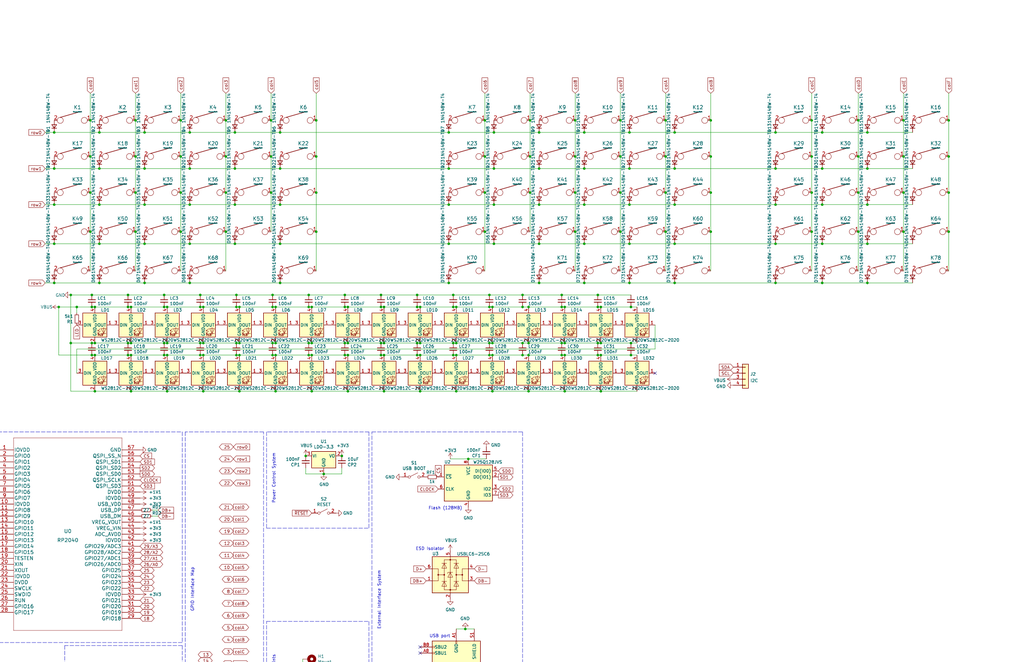
<source format=kicad_sch>
(kicad_sch (version 20211123) (generator eeschema)
  (paper "USLedger")
  (junction (at 118.11 86.36))
  (junction (at 161.925 129.54))
  (junction (at 175.895 149.86))
  (junction (at 266.065 149.86))
  (junction (at 38.735 149.86))
  (junction (at 253.365 129.54))
  (junction (at 100.965 165.1))
  (junction (at 381 97.79))
  (junction (at 38.735 144.78))
  (junction (at 40.005 129.54))
  (junction (at 29.845 124.46))
  (junction (at 84.455 129.54))
  (junction (at 227.33 86.36))
  (junction (at 99.695 124.46))
  (junction (at 238.125 165.1))
  (junction (at 361.95 50.8))
  (junction (at 236.855 149.86))
  (junction (at 189.23 119.38))
  (junction (at 220.345 124.46))
  (junction (at 327.025 119.38))
  (junction (at 133.35 50.8))
  (junction (at 22.86 55.88))
  (junction (at 342.265 97.79))
  (junction (at 160.655 149.86))
  (junction (at 253.365 165.1))
  (junction (at 38.1 81.28))
  (junction (at 261.62 81.28))
  (junction (at 208.28 71.12))
  (junction (at 327.025 102.87))
  (junction (at 53.975 124.46))
  (junction (at 236.855 129.54))
  (junction (at 204.47 97.79))
  (junction (at 76.2 66.04))
  (junction (at 84.455 124.46))
  (junction (at 29.845 144.78))
  (junction (at 146.685 129.54))
  (junction (at 227.33 102.87))
  (junction (at 346.71 55.88))
  (junction (at 197.485 193.675))
  (junction (at 53.975 144.78))
  (junction (at 246.38 55.88))
  (junction (at 192.405 129.54))
  (junction (at 60.96 119.38))
  (junction (at 22.86 119.38))
  (junction (at 191.135 129.54))
  (junction (at 227.33 119.38))
  (junction (at 131.445 144.78))
  (junction (at 265.43 86.36))
  (junction (at 242.57 50.8))
  (junction (at 265.43 102.87))
  (junction (at 280.67 66.04))
  (junction (at 146.685 149.86))
  (junction (at 38.1 50.8))
  (junction (at 127.635 290.83))
  (junction (at 192.405 165.1))
  (junction (at 69.215 129.54))
  (junction (at 191.135 149.86))
  (junction (at 261.62 66.04))
  (junction (at 361.95 66.04))
  (junction (at 99.06 86.36))
  (junction (at 22.86 86.36))
  (junction (at 100.965 149.86))
  (junction (at 222.885 144.78))
  (junction (at 85.725 149.86))
  (junction (at 400.05 66.04))
  (junction (at 361.95 97.79))
  (junction (at 400.05 81.28))
  (junction (at 192.405 149.86))
  (junction (at 80.01 119.38))
  (junction (at 204.47 66.04))
  (junction (at -9.525 329.565))
  (junction (at 69.215 149.86))
  (junction (at 15.875 329.565))
  (junction (at 365.76 119.38))
  (junction (at 47.625 283.845))
  (junction (at 55.245 129.54))
  (junction (at 242.57 81.28))
  (junction (at 160.655 124.46))
  (junction (at 118.11 119.38))
  (junction (at 145.415 144.78))
  (junction (at 50.165 334.645))
  (junction (at 38.1 66.04))
  (junction (at 175.895 144.78))
  (junction (at 177.165 129.54))
  (junction (at 42.545 295.275))
  (junction (at 246.38 102.87))
  (junction (at 227.33 71.12))
  (junction (at 208.28 86.36))
  (junction (at 207.645 144.78))
  (junction (at 144.145 192.405))
  (junction (at 99.695 149.86))
  (junction (at 265.43 71.12))
  (junction (at 299.72 50.8))
  (junction (at 22.86 102.87))
  (junction (at 192.405 144.78))
  (junction (at 284.48 119.38))
  (junction (at 206.375 144.78))
  (junction (at 223.52 66.04))
  (junction (at 70.485 144.78))
  (junction (at 73.025 334.645))
  (junction (at 189.23 102.87))
  (junction (at 222.885 149.86))
  (junction (at 208.28 102.87))
  (junction (at 206.375 129.54))
  (junction (at 327.025 86.36))
  (junction (at 53.975 149.86))
  (junction (at 70.485 165.1))
  (junction (at 196.215 265.43))
  (junction (at 84.455 149.86))
  (junction (at 55.245 144.78))
  (junction (at 114.935 129.54))
  (junction (at 346.71 86.36))
  (junction (at 41.91 102.87))
  (junction (at 222.885 129.54))
  (junction (at 381 66.04))
  (junction (at 253.365 149.86))
  (junction (at 80.01 71.12))
  (junction (at 41.91 55.88))
  (junction (at 204.47 81.28))
  (junction (at 127.635 293.37))
  (junction (at 100.965 129.54))
  (junction (at 80.01 86.36))
  (junction (at 252.095 129.54))
  (junction (at 50.165 329.565))
  (junction (at 236.855 124.46))
  (junction (at 69.215 124.46))
  (junction (at 114.3 66.04))
  (junction (at 47.625 300.355))
  (junction (at 130.175 144.78))
  (junction (at 342.265 50.8))
  (junction (at 70.485 129.54))
  (junction (at 131.445 129.54))
  (junction (at 175.895 124.46))
  (junction (at 246.38 119.38))
  (junction (at 189.23 55.88))
  (junction (at 280.67 81.28))
  (junction (at 95.25 81.28))
  (junction (at 299.72 66.04))
  (junction (at 24.765 129.54))
  (junction (at 22.86 71.12))
  (junction (at 80.01 102.87))
  (junction (at 131.445 165.1))
  (junction (at 145.415 149.86))
  (junction (at 223.52 50.8))
  (junction (at 57.15 50.8))
  (junction (at 85.725 144.78))
  (junction (at 127.635 283.21))
  (junction (at 327.025 55.88))
  (junction (at 365.76 71.12))
  (junction (at 76.2 81.28))
  (junction (at 130.175 129.54))
  (junction (at 116.205 149.86))
  (junction (at 116.205 144.78))
  (junction (at 41.91 86.36))
  (junction (at 252.095 124.46))
  (junction (at 346.71 119.38))
  (junction (at 266.065 144.78))
  (junction (at 133.35 81.28))
  (junction (at 99.06 55.88))
  (junction (at 84.455 144.78))
  (junction (at 133.35 66.04))
  (junction (at 261.62 97.79))
  (junction (at 133.35 97.79))
  (junction (at 346.71 102.87))
  (junction (at 236.855 144.78))
  (junction (at 76.2 97.79))
  (junction (at 60.96 55.88))
  (junction (at 114.3 81.28))
  (junction (at 265.43 119.38))
  (junction (at 177.165 144.78))
  (junction (at 118.11 71.12))
  (junction (at 32.385 129.54))
  (junction (at 47.625 290.195))
  (junction (at 146.685 165.1))
  (junction (at 242.57 97.79))
  (junction (at 99.06 102.87))
  (junction (at 60.96 86.36))
  (junction (at 114.935 124.46))
  (junction (at 365.76 55.88))
  (junction (at 41.91 119.38))
  (junction (at 47.625 306.705))
  (junction (at 227.33 55.88))
  (junction (at 84.455 329.565))
  (junction (at 346.71 71.12))
  (junction (at 175.895 129.54))
  (junction (at 60.96 71.12))
  (junction (at 84.455 334.645))
  (junction (at 265.43 55.88))
  (junction (at 136.525 200.025))
  (junction (at 116.205 165.1))
  (junction (at 61.595 329.565))
  (junction (at -9.525 334.645))
  (junction (at 99.695 144.78))
  (junction (at 161.925 149.86))
  (junction (at 253.365 144.78))
  (junction (at 118.11 55.88))
  (junction (at 55.245 149.86))
  (junction (at 114.3 50.8))
  (junction (at 189.23 71.12))
  (junction (at 381 81.28))
  (junction (at 130.175 124.46))
  (junction (at 146.685 144.78))
  (junction (at 38.1 97.79))
  (junction (at 118.11 102.87))
  (junction (at 40.005 149.86))
  (junction (at 342.265 81.28))
  (junction (at 177.165 165.1))
  (junction (at 40.005 144.78))
  (junction (at 114.935 149.86))
  (junction (at 342.265 66.04))
  (junction (at 365.76 86.36))
  (junction (at 252.095 149.86))
  (junction (at 284.48 102.87))
  (junction (at 361.95 81.28))
  (junction (at 95.25 97.79))
  (junction (at 27.305 329.565))
  (junction (at 145.415 129.54))
  (junction (at 40.005 165.1))
  (junction (at 327.025 71.12))
  (junction (at 207.645 149.86))
  (junction (at 206.375 124.46))
  (junction (at 52.705 295.275))
  (junction (at 38.735 129.54))
  (junction (at 261.62 50.8))
  (junction (at 161.925 165.1))
  (junction (at 242.57 66.04))
  (junction (at 27.305 334.645))
  (junction (at 99.695 129.54))
  (junction (at 400.05 97.79))
  (junction (at 189.23 86.36))
  (junction (at 76.2 50.8))
  (junction (at 365.76 102.87))
  (junction (at 61.595 334.645))
  (junction (at 38.735 329.565))
  (junction (at 191.135 124.46))
  (junction (at 70.485 149.86))
  (junction (at 57.15 81.28))
  (junction (at 223.52 81.28))
  (junction (at 114.935 144.78))
  (junction (at 238.125 129.54))
  (junction (at 80.01 55.88))
  (junction (at 284.48 71.12))
  (junction (at 220.345 149.86))
  (junction (at 400.05 50.8))
  (junction (at 172.085 297.18))
  (junction (at 127.635 298.45))
  (junction (at 127.635 288.29))
  (junction (at 177.165 149.86))
  (junction (at 206.375 149.86))
  (junction (at 145.415 124.46))
  (junction (at 131.445 149.86))
  (junction (at 95.25 50.8))
  (junction (at 280.67 50.8))
  (junction (at 220.345 129.54))
  (junction (at 299.72 97.79))
  (junction (at 208.28 55.88))
  (junction (at 207.645 129.54))
  (junction (at 85.725 165.1))
  (junction (at 85.725 129.54))
  (junction (at 238.125 149.86))
  (junction (at 38.735 124.46))
  (junction (at 299.72 81.28))
  (junction (at 252.095 144.78))
  (junction (at 161.925 144.78))
  (junction (at 128.905 192.405))
  (junction (at 280.67 97.79))
  (junction (at 246.38 71.12))
  (junction (at 266.065 129.54))
  (junction (at 15.875 334.645))
  (junction (at 73.025 329.565))
  (junction (at 160.655 129.54))
  (junction (at 116.205 129.54))
  (junction (at -5.715 253.365))
  (junction (at 100.965 144.78))
  (junction (at 53.975 129.54))
  (junction (at 38.735 334.645))
  (junction (at 57.15 97.79))
  (junction (at 381 50.8))
  (junction (at 130.175 149.86))
  (junction (at 95.25 66.04))
  (junction (at 207.645 165.1))
  (junction (at 99.06 71.12))
  (junction (at 222.885 165.1))
  (junction (at 284.48 55.88))
  (junction (at 57.15 66.04))
  (junction (at 60.96 102.87))
  (junction (at 204.47 50.8))
  (junction (at 41.91 71.12))
  (junction (at 284.48 86.36))
  (junction (at 55.245 165.1))
  (junction (at 191.135 144.78))
  (junction (at 238.125 144.78))
  (junction (at 160.655 144.78))
  (junction (at 220.345 144.78))
  (junction (at 246.38 86.36))
  (junction (at 69.215 144.78))
  (no_connect (at 177.165 273.05))
  (no_connect (at -1.905 250.825))
  (no_connect (at 276.225 157.48))
  (no_connect (at -1.905 248.285))
  (no_connect (at 177.165 275.59))
  (wire (pts (xy 361.95 81.28) (xy 361.95 97.79)))
  (polyline (pts (xy 220.345 318.135) (xy 156.845 318.135)))
  (wire (pts (xy 60.96 55.88) (xy 80.01 55.88)))
  (wire (pts (xy 253.365 165.1) (xy 268.605 165.1)))
  (wire (pts (xy 38.735 149.86) (xy 40.005 149.86)))
  (wire (pts (xy 242.57 39.37) (xy 242.57 50.8)))
  (wire (pts (xy 171.45 303.53) (xy 177.165 303.53)))
  (wire (pts (xy 114.935 149.86) (xy 116.205 149.86)))
  (wire (pts (xy 53.975 129.54) (xy 55.245 129.54)))
  (wire (pts (xy 41.91 55.88) (xy 60.96 55.88)))
  (wire (pts (xy 127.635 293.37) (xy 127.635 298.45)))
  (wire (pts (xy 252.095 124.46) (xy 266.065 124.46)))
  (wire (pts (xy 55.245 149.86) (xy 69.215 149.86)))
  (polyline (pts (xy 27.305 272.415) (xy 27.305 318.135)))
  (wire (pts (xy 95.885 334.645) (xy 84.455 334.645)))
  (wire (pts (xy 127.635 290.83) (xy 127.635 293.37)))
  (wire (pts (xy 131.445 165.1) (xy 146.685 165.1)))
  (wire (pts (xy 196.215 265.43) (xy 192.405 265.43)))
  (wire (pts (xy 342.265 81.28) (xy 342.265 66.04)))
  (wire (pts (xy 42.545 295.275) (xy 42.545 283.845)))
  (wire (pts (xy 116.205 149.86) (xy 130.175 149.86)))
  (wire (pts (xy 99.695 149.86) (xy 100.965 149.86)))
  (wire (pts (xy 60.96 102.87) (xy 41.91 102.87)))
  (wire (pts (xy 38.1 81.28) (xy 38.1 97.79)))
  (wire (pts (xy -4.445 329.565) (xy -9.525 329.565)))
  (wire (pts (xy 55.245 144.78) (xy 69.215 144.78)))
  (wire (pts (xy 114.935 144.78) (xy 116.205 144.78)))
  (wire (pts (xy 130.175 124.46) (xy 145.415 124.46)))
  (wire (pts (xy 85.725 165.1) (xy 100.965 165.1)))
  (polyline (pts (xy 156.845 318.135) (xy 156.845 182.245)))
  (wire (pts (xy 207.645 129.54) (xy 206.375 129.54)))
  (wire (pts (xy 40.005 129.54) (xy 53.975 129.54)))
  (wire (pts (xy 114.3 39.37) (xy 114.3 50.8)))
  (wire (pts (xy 99.06 86.36) (xy 118.11 86.36)))
  (wire (pts (xy 361.95 50.8) (xy 361.95 66.04)))
  (wire (pts (xy 95.25 97.79) (xy 95.25 114.3)))
  (wire (pts (xy 220.345 144.78) (xy 222.885 144.78)))
  (wire (pts (xy 284.48 55.88) (xy 327.025 55.88)))
  (wire (pts (xy 53.975 144.78) (xy 55.245 144.78)))
  (wire (pts (xy 47.625 283.845) (xy 52.705 283.845)))
  (wire (pts (xy 192.405 165.1) (xy 207.645 165.1)))
  (wire (pts (xy 19.05 71.12) (xy 22.86 71.12)))
  (wire (pts (xy 236.855 129.54) (xy 238.125 129.54)))
  (wire (pts (xy -9.525 334.645) (xy -14.605 334.645)))
  (wire (pts (xy 145.415 124.46) (xy 160.655 124.46)))
  (wire (pts (xy 346.71 102.87) (xy 327.025 102.87)))
  (wire (pts (xy 128.905 200.025) (xy 136.525 200.025)))
  (wire (pts (xy 160.655 124.46) (xy 175.895 124.46)))
  (wire (pts (xy 175.895 124.46) (xy 191.135 124.46)))
  (wire (pts (xy 70.485 144.78) (xy 84.455 144.78)))
  (polyline (pts (xy 27.305 318.135) (xy 76.835 318.135)))
  (wire (pts (xy 70.485 149.86) (xy 84.455 149.86)))
  (wire (pts (xy 38.1 50.8) (xy 38.1 66.04)))
  (wire (pts (xy 38.1 50.8) (xy 38.1 39.37)))
  (wire (pts (xy 146.685 129.54) (xy 160.655 129.54)))
  (wire (pts (xy 133.35 81.28) (xy 133.35 97.79)))
  (wire (pts (xy 342.265 66.04) (xy 342.265 50.8)))
  (wire (pts (xy 189.23 102.87) (xy 118.11 102.87)))
  (wire (pts (xy 131.445 144.78) (xy 145.415 144.78)))
  (wire (pts (xy 131.445 129.54) (xy 145.415 129.54)))
  (wire (pts (xy 84.455 329.565) (xy 73.025 329.565)))
  (wire (pts (xy 365.76 86.36) (xy 384.81 86.36)))
  (wire (pts (xy 327.025 55.88) (xy 346.71 55.88)))
  (wire (pts (xy 47.625 300.355) (xy 55.245 300.355)))
  (wire (pts (xy 284.48 71.12) (xy 265.43 71.12)))
  (wire (pts (xy 276.225 147.32) (xy 32.385 147.32)))
  (wire (pts (xy 41.91 71.12) (xy 22.86 71.12)))
  (wire (pts (xy 197.485 193.675) (xy 205.105 193.675)))
  (wire (pts (xy 66.675 217.805) (xy 64.135 217.805)))
  (wire (pts (xy 365.76 71.12) (xy 346.71 71.12)))
  (wire (pts (xy 222.885 149.86) (xy 236.855 149.86)))
  (wire (pts (xy 327.025 119.38) (xy 346.71 119.38)))
  (polyline (pts (xy 220.345 182.245) (xy 220.345 318.135)))
  (wire (pts (xy 133.35 50.8) (xy 133.35 66.04)))
  (wire (pts (xy 118.11 86.36) (xy 189.23 86.36)))
  (wire (pts (xy 76.2 66.04) (xy 76.2 81.28)))
  (wire (pts (xy 22.86 86.36) (xy 41.91 86.36)))
  (wire (pts (xy 384.81 71.12) (xy 365.76 71.12)))
  (wire (pts (xy 261.62 50.8) (xy 261.62 66.04)))
  (wire (pts (xy 177.165 149.86) (xy 191.135 149.86)))
  (wire (pts (xy 57.15 66.04) (xy 57.15 81.28)))
  (wire (pts (xy 327.025 102.87) (xy 284.48 102.87)))
  (wire (pts (xy 69.215 124.46) (xy 84.455 124.46)))
  (wire (pts (xy 127.635 288.29) (xy 127.635 290.83)))
  (wire (pts (xy 76.2 39.37) (xy 76.2 50.8)))
  (wire (pts (xy 41.91 86.36) (xy 60.96 86.36)))
  (wire (pts (xy 114.3 81.28) (xy 114.3 97.79)))
  (wire (pts (xy 342.265 97.79) (xy 342.265 81.28)))
  (wire (pts (xy 236.855 149.86) (xy 238.125 149.86)))
  (wire (pts (xy 299.72 97.79) (xy 299.72 114.3)))
  (wire (pts (xy 365.76 119.38) (xy 384.81 119.38)))
  (wire (pts (xy 38.735 334.645) (xy 27.305 334.645)))
  (wire (pts (xy 69.215 144.78) (xy 70.485 144.78)))
  (polyline (pts (xy -26.035 182.245) (xy 76.835 182.245)))
  (wire (pts (xy 242.57 81.28) (xy 242.57 97.79)))
  (polyline (pts (xy 112.395 262.255) (xy 155.575 262.255)))
  (wire (pts (xy 47.625 301.625) (xy 47.625 300.355)))
  (wire (pts (xy 280.67 50.8) (xy 280.67 66.04)))
  (wire (pts (xy 346.71 55.88) (xy 365.76 55.88)))
  (wire (pts (xy 227.33 119.38) (xy 246.38 119.38)))
  (wire (pts (xy 38.1 97.79) (xy 38.1 114.3)))
  (wire (pts (xy 400.05 66.04) (xy 400.05 81.28)))
  (wire (pts (xy 236.855 124.46) (xy 252.095 124.46)))
  (wire (pts (xy 57.15 50.8) (xy 57.15 66.04)))
  (wire (pts (xy 24.765 129.54) (xy 32.385 129.54)))
  (wire (pts (xy 246.38 86.36) (xy 265.43 86.36)))
  (wire (pts (xy 53.975 124.46) (xy 69.215 124.46)))
  (wire (pts (xy 84.455 144.78) (xy 85.725 144.78)))
  (wire (pts (xy 69.215 149.86) (xy 70.485 149.86)))
  (wire (pts (xy 70.485 129.54) (xy 84.455 129.54)))
  (wire (pts (xy 118.11 102.87) (xy 99.06 102.87)))
  (wire (pts (xy 73.025 329.565) (xy 61.595 329.565)))
  (wire (pts (xy 29.845 144.78) (xy 29.845 165.1)))
  (wire (pts (xy 29.845 144.78) (xy 38.735 144.78)))
  (wire (pts (xy 266.065 144.78) (xy 268.605 144.78)))
  (wire (pts (xy 276.225 137.16) (xy 276.225 147.32)))
  (wire (pts (xy 127.635 298.45) (xy 127.635 303.53)))
  (wire (pts (xy 220.345 129.54) (xy 222.885 129.54)))
  (wire (pts (xy 192.405 149.86) (xy 206.375 149.86)))
  (wire (pts (xy 116.205 129.54) (xy 130.175 129.54)))
  (wire (pts (xy 15.875 329.565) (xy 4.445 329.565)))
  (wire (pts (xy 32.385 132.08) (xy 32.385 129.54)))
  (wire (pts (xy 47.625 288.925) (xy 47.625 290.195)))
  (wire (pts (xy 161.925 129.54) (xy 175.895 129.54)))
  (wire (pts (xy 208.28 71.12) (xy 189.23 71.12)))
  (wire (pts (xy 24.765 149.86) (xy 38.735 149.86)))
  (wire (pts (xy 133.35 50.8) (xy 133.35 39.37)))
  (wire (pts (xy 346.71 71.12) (xy 327.025 71.12)))
  (wire (pts (xy 95.25 66.04) (xy 95.25 81.28)))
  (wire (pts (xy 131.445 149.86) (xy 145.415 149.86)))
  (wire (pts (xy 95.25 50.8) (xy 95.25 39.37)))
  (wire (pts (xy 207.645 149.86) (xy 220.345 149.86)))
  (wire (pts (xy 280.67 39.37) (xy 280.67 50.8)))
  (wire (pts (xy 127.635 283.21) (xy 127.635 288.29)))
  (polyline (pts (xy 155.575 262.255) (xy 155.575 318.135)))
  (wire (pts (xy 66.675 215.265) (xy 64.135 215.265)))
  (wire (pts (xy 60.96 119.38) (xy 41.91 119.38)))
  (wire (pts (xy 38.735 144.78) (xy 40.005 144.78)))
  (wire (pts (xy 191.135 149.86) (xy 192.405 149.86)))
  (wire (pts (xy 60.96 71.12) (xy 41.91 71.12)))
  (wire (pts (xy 381 39.37) (xy 381 50.8)))
  (wire (pts (xy 99.06 55.88) (xy 118.11 55.88)))
  (wire (pts (xy 146.685 149.86) (xy 160.655 149.86)))
  (wire (pts (xy 299.72 81.28) (xy 299.72 97.79)))
  (wire (pts (xy 361.95 97.79) (xy 361.95 114.3)))
  (wire (pts (xy 342.265 39.37) (xy 342.265 50.8)))
  (polyline (pts (xy 112.395 222.885) (xy 155.575 222.885)))
  (wire (pts (xy 32.385 129.54) (xy 38.735 129.54)))
  (wire (pts (xy 38.735 129.54) (xy 40.005 129.54)))
  (wire (pts (xy 15.875 334.645) (xy 4.445 334.645)))
  (wire (pts (xy 280.67 97.79) (xy 280.67 114.3)))
  (wire (pts (xy 80.01 86.36) (xy 99.06 86.36)))
  (wire (pts (xy 130.175 144.78) (xy 131.445 144.78)))
  (wire (pts (xy 204.47 66.04) (xy 204.47 81.28)))
  (wire (pts (xy 284.48 86.36) (xy 327.025 86.36)))
  (wire (pts (xy 189.23 71.12) (xy 118.11 71.12)))
  (wire (pts (xy 40.005 149.86) (xy 53.975 149.86)))
  (wire (pts (xy 327.025 71.12) (xy 284.48 71.12)))
  (wire (pts (xy 284.48 119.38) (xy 327.025 119.38)))
  (wire (pts (xy 95.25 81.28) (xy 95.25 97.79)))
  (wire (pts (xy 130.175 129.54) (xy 131.445 129.54)))
  (wire (pts (xy 246.38 102.87) (xy 227.33 102.87)))
  (wire (pts (xy -13.335 253.365) (xy -5.715 253.365)))
  (wire (pts (xy 61.595 329.565) (xy 50.165 329.565)))
  (wire (pts (xy 42.545 306.705) (xy 42.545 295.275)))
  (polyline (pts (xy 155.575 182.245) (xy 155.575 222.885)))
  (wire (pts (xy 253.365 129.54) (xy 252.095 129.54)))
  (wire (pts (xy 84.455 334.645) (xy 73.025 334.645)))
  (wire (pts (xy 29.845 124.46) (xy 38.735 124.46)))
  (polyline (pts (xy -26.035 349.885) (xy 111.125 349.885)))
  (wire (pts (xy 27.305 329.565) (xy 15.875 329.565)))
  (wire (pts (xy 55.245 129.54) (xy 69.215 129.54)))
  (wire (pts (xy 342.265 114.3) (xy 342.265 97.79)))
  (wire (pts (xy 80.01 55.88) (xy 99.06 55.88)))
  (wire (pts (xy 207.645 165.1) (xy 222.885 165.1)))
  (wire (pts (xy 84.455 129.54) (xy 85.725 129.54)))
  (wire (pts (xy 189.23 55.88) (xy 208.28 55.88)))
  (wire (pts (xy 57.15 81.28) (xy 57.15 97.79)))
  (wire (pts (xy 144.145 200.025) (xy 144.145 197.485)))
  (wire (pts (xy 246.38 55.88) (xy 265.43 55.88)))
  (wire (pts (xy 265.43 71.12) (xy 246.38 71.12)))
  (wire (pts (xy 206.375 144.78) (xy 207.645 144.78)))
  (wire (pts (xy 80.01 119.38) (xy 60.96 119.38)))
  (wire (pts (xy 175.895 144.78) (xy 177.165 144.78)))
  (polyline (pts (xy 78.105 182.245) (xy 78.105 318.135)))
  (wire (pts (xy 50.165 329.565) (xy 38.735 329.565)))
  (wire (pts (xy 177.165 288.29) (xy 177.165 290.83)))
  (polyline (pts (xy 155.575 182.245) (xy 112.395 182.245)))
  (wire (pts (xy 261.62 50.8) (xy 261.62 39.37)))
  (wire (pts (xy 265.43 55.88) (xy 284.48 55.88)))
  (wire (pts (xy 227.33 55.88) (xy 246.38 55.88)))
  (wire (pts (xy 207.645 149.86) (xy 206.375 149.86)))
  (polyline (pts (xy 155.575 318.135) (xy 112.395 318.135)))
  (wire (pts (xy 400.05 97.79) (xy 400.05 114.3)))
  (wire (pts (xy 47.625 290.195) (xy 60.325 290.195)))
  (wire (pts (xy 85.725 144.78) (xy 99.695 144.78)))
  (wire (pts (xy 19.05 86.36) (xy 22.86 86.36)))
  (wire (pts (xy 161.925 149.86) (xy 175.895 149.86)))
  (wire (pts (xy 242.57 97.79) (xy 242.57 114.3)))
  (wire (pts (xy 223.52 81.28) (xy 223.52 97.79)))
  (wire (pts (xy 47.625 290.195) (xy 47.625 291.465)))
  (wire (pts (xy 384.81 102.87) (xy 365.76 102.87)))
  (wire (pts (xy 327.025 86.36) (xy 346.71 86.36)))
  (wire (pts (xy 52.705 283.845) (xy 52.705 295.275)))
  (wire (pts (xy 76.2 50.8) (xy 76.2 66.04)))
  (wire (pts (xy 136.525 200.025) (xy 144.145 200.025)))
  (wire (pts (xy 133.35 97.79) (xy 133.35 114.3)))
  (wire (pts (xy 27.305 334.645) (xy 15.875 334.645)))
  (wire (pts (xy -4.445 334.645) (xy -9.525 334.645)))
  (wire (pts (xy 85.725 129.54) (xy 99.695 129.54)))
  (wire (pts (xy 161.925 165.1) (xy 177.165 165.1)))
  (wire (pts (xy 238.125 129.54) (xy 252.095 129.54)))
  (wire (pts (xy 204.47 97.79) (xy 204.47 114.3)))
  (wire (pts (xy 172.085 295.91) (xy 172.085 297.18)))
  (wire (pts (xy 261.62 81.28) (xy 261.62 97.79)))
  (wire (pts (xy 60.96 86.36) (xy 80.01 86.36)))
  (wire (pts (xy 189.23 119.38) (xy 227.33 119.38)))
  (polyline (pts (xy 111.125 349.885) (xy 111.125 319.405)))
  (wire (pts (xy 70.485 165.1) (xy 85.725 165.1)))
  (wire (pts (xy 400.05 81.28) (xy 400.05 97.79)))
  (polyline (pts (xy 111.125 319.405) (xy -26.035 319.405)))
  (wire (pts (xy 80.01 102.87) (xy 60.96 102.87)))
  (wire (pts (xy 346.71 119.38) (xy 365.76 119.38)))
  (wire (pts (xy 47.625 306.705) (xy 52.705 306.705)))
  (wire (pts (xy 40.005 165.1) (xy 55.245 165.1)))
  (wire (pts (xy 191.135 144.78) (xy 192.405 144.78)))
  (wire (pts (xy 55.245 165.1) (xy 70.485 165.1)))
  (wire (pts (xy 84.455 124.46) (xy 99.695 124.46)))
  (wire (pts (xy 73.025 334.645) (xy 61.595 334.645)))
  (polyline (pts (xy 76.835 272.415) (xy 27.305 272.415)))
  (wire (pts (xy 76.2 81.28) (xy 76.2 97.79)))
  (wire (pts (xy 177.165 129.54) (xy 191.135 129.54)))
  (polyline (pts (xy 112.395 318.135) (xy 112.395 262.255)))
  (wire (pts (xy 242.57 66.04) (xy 242.57 81.28)))
  (wire (pts (xy 192.405 129.54) (xy 206.375 129.54)))
  (wire (pts (xy 52.705 306.705) (xy 52.705 295.275)))
  (wire (pts (xy 99.695 124.46) (xy 114.935 124.46)))
  (polyline (pts (xy 156.845 182.245) (xy 220.345 182.245)))
  (wire (pts (xy 175.895 129.54) (xy 177.165 129.54)))
  (wire (pts (xy 206.375 124.46) (xy 220.345 124.46)))
  (wire (pts (xy 38.1 66.04) (xy 38.1 81.28)))
  (polyline (pts (xy 76.835 182.245) (xy 76.835 271.145)))
  (wire (pts (xy 222.885 165.1) (xy 238.125 165.1)))
  (wire (pts (xy 38.735 124.46) (xy 53.975 124.46)))
  (wire (pts (xy 114.3 66.04) (xy 114.3 81.28)))
  (wire (pts (xy 265.43 86.36) (xy 284.48 86.36)))
  (wire (pts (xy 100.965 144.78) (xy 114.935 144.78)))
  (wire (pts (xy -9.525 329.565) (xy -14.605 329.565)))
  (wire (pts (xy 266.065 149.86) (xy 268.605 149.86)))
  (wire (pts (xy 223.52 66.04) (xy 223.52 81.28)))
  (wire (pts (xy 41.91 102.87) (xy 22.86 102.87)))
  (wire (pts (xy 161.925 144.78) (xy 175.895 144.78)))
  (wire (pts (xy 177.165 144.78) (xy 191.135 144.78)))
  (wire (pts (xy 222.885 129.54) (xy 236.855 129.54)))
  (wire (pts (xy 29.845 124.46) (xy 29.845 144.78)))
  (wire (pts (xy 130.175 149.86) (xy 131.445 149.86)))
  (wire (pts (xy 57.15 39.37) (xy 57.15 50.8)))
  (wire (pts (xy 99.06 71.12) (xy 80.01 71.12)))
  (polyline (pts (xy -26.035 271.145) (xy -26.035 182.245)))
  (wire (pts (xy 265.43 119.38) (xy 246.38 119.38)))
  (wire (pts (xy 47.625 300.355) (xy 47.625 299.085)))
  (wire (pts (xy 116.205 165.1) (xy 131.445 165.1)))
  (wire (pts (xy 19.05 119.38) (xy 22.86 119.38)))
  (wire (pts (xy 204.47 81.28) (xy 204.47 97.79)))
  (wire (pts (xy 118.11 119.38) (xy 189.23 119.38)))
  (wire (pts (xy 128.905 197.485) (xy 128.905 200.025)))
  (wire (pts (xy 220.345 149.86) (xy 222.885 149.86)))
  (wire (pts (xy 192.405 144.78) (xy 206.375 144.78)))
  (wire (pts (xy 118.11 71.12) (xy 99.06 71.12)))
  (wire (pts (xy 284.48 102.87) (xy 265.43 102.87)))
  (wire (pts (xy 19.05 102.87) (xy 22.86 102.87)))
  (wire (pts (xy 238.125 149.86) (xy 252.095 149.86)))
  (wire (pts (xy 191.135 129.54) (xy 192.405 129.54)))
  (wire (pts (xy 61.595 334.645) (xy 50.165 334.645)))
  (wire (pts (xy 280.67 81.28) (xy 280.67 97.79)))
  (wire (pts (xy 266.065 129.54) (xy 268.605 129.54)))
  (wire (pts (xy 381 50.8) (xy 381 66.04)))
  (wire (pts (xy 261.62 97.79) (xy 261.62 114.3)))
  (wire (pts (xy 238.125 144.78) (xy 252.095 144.78)))
  (wire (pts (xy 299.72 50.8) (xy 299.72 39.37)))
  (wire (pts (xy 177.165 165.1) (xy 192.405 165.1)))
  (wire (pts (xy 208.28 86.36) (xy 227.33 86.36)))
  (wire (pts (xy 145.415 149.86) (xy 146.685 149.86)))
  (wire (pts (xy 172.085 297.18) (xy 172.085 298.45)))
  (wire (pts (xy 41.91 119.38) (xy 22.86 119.38)))
  (wire (pts (xy 381 66.04) (xy 381 81.28)))
  (wire (pts (xy 242.57 50.8) (xy 242.57 66.04)))
  (wire (pts (xy 100.965 165.1) (xy 116.205 165.1)))
  (wire (pts (xy 85.725 149.86) (xy 99.695 149.86)))
  (wire (pts (xy 118.11 55.88) (xy 189.23 55.88)))
  (wire (pts (xy 19.05 55.88) (xy 22.86 55.88)))
  (wire (pts (xy 246.38 71.12) (xy 227.33 71.12)))
  (wire (pts (xy 208.28 102.87) (xy 189.23 102.87)))
  (wire (pts (xy 76.2 97.79) (xy 76.2 114.3)))
  (wire (pts (xy 95.885 329.565) (xy 84.455 329.565)))
  (polyline (pts (xy 111.125 182.245) (xy 78.105 182.245)))
  (wire (pts (xy 207.645 144.78) (xy 220.345 144.78)))
  (wire (pts (xy 236.855 144.78) (xy 238.125 144.78)))
  (wire (pts (xy 265.43 119.38) (xy 284.48 119.38)))
  (wire (pts (xy 145.415 129.54) (xy 146.685 129.54)))
  (wire (pts (xy 227.33 86.36) (xy 246.38 86.36)))
  (wire (pts (xy 346.71 86.36) (xy 365.76 86.36)))
  (wire (pts (xy 207.645 129.54) (xy 220.345 129.54)))
  (wire (pts (xy 223.52 50.8) (xy 223.52 66.04)))
  (wire (pts (xy 261.62 66.04) (xy 261.62 81.28)))
  (wire (pts (xy 114.935 129.54) (xy 116.205 129.54)))
  (polyline (pts (xy 111.125 318.135) (xy 111.125 182.245)))
  (wire (pts (xy 146.685 165.1) (xy 161.925 165.1)))
  (wire (pts (xy 299.72 66.04) (xy 299.72 81.28)))
  (wire (pts (xy 222.885 144.78) (xy 236.855 144.78)))
  (wire (pts (xy 400.05 50.8) (xy 400.05 39.37)))
  (wire (pts (xy 95.25 50.8) (xy 95.25 66.04)))
  (wire (pts (xy 38.735 329.565) (xy 27.305 329.565)))
  (wire (pts (xy 238.125 165.1) (xy 253.365 165.1)))
  (wire (pts (xy 99.695 129.54) (xy 100.965 129.54)))
  (wire (pts (xy 114.3 50.8) (xy 114.3 66.04)))
  (wire (pts (xy 100.965 129.54) (xy 114.935 129.54)))
  (wire (pts (xy 80.01 71.12) (xy 60.96 71.12)))
  (wire (pts (xy 365.76 102.87) (xy 346.71 102.87)))
  (wire (pts (xy 114.935 124.46) (xy 130.175 124.46)))
  (wire (pts (xy 365.76 55.88) (xy 384.81 55.88)))
  (wire (pts (xy 265.43 102.87) (xy 246.38 102.87)))
  (polyline (pts (xy 76.835 271.145) (xy -26.035 271.145)))
  (wire (pts (xy 252.095 144.78) (xy 253.365 144.78)))
  (wire (pts (xy 361.95 66.04) (xy 361.95 81.28)))
  (wire (pts (xy 189.865 193.675) (xy 197.485 193.675)))
  (wire (pts (xy 127.635 278.13) (xy 127.635 283.21)))
  (wire (pts (xy 253.365 144.78) (xy 266.065 144.78)))
  (wire (pts (xy 204.47 50.8) (xy 204.47 66.04)))
  (wire (pts (xy 80.01 119.38) (xy 118.11 119.38)))
  (wire (pts (xy 145.415 144.78) (xy 146.685 144.78)))
  (wire (pts (xy 47.625 306.705) (xy 42.545 306.705)))
  (wire (pts (xy 227.33 102.87) (xy 208.28 102.87)))
  (wire (pts (xy 116.205 144.78) (xy 130.175 144.78)))
  (wire (pts (xy 32.385 147.32) (xy 32.385 157.48)))
  (wire (pts (xy 24.765 129.54) (xy 24.765 149.86)))
  (wire (pts (xy 69.215 129.54) (xy 70.485 129.54)))
  (wire (pts (xy 160.655 129.54) (xy 161.925 129.54)))
  (wire (pts (xy 400.05 50.8) (xy 400.05 66.04)))
  (wire (pts (xy 299.72 50.8) (xy 299.72 66.04)))
  (wire (pts (xy 57.15 97.79) (xy 57.15 114.3)))
  (wire (pts (xy 175.895 149.86) (xy 177.165 149.86)))
  (wire (pts (xy 40.005 144.78) (xy 53.975 144.78)))
  (wire (pts (xy 253.365 129.54) (xy 266.065 129.54)))
  (wire (pts (xy 227.33 71.12) (xy 208.28 71.12)))
  (wire (pts (xy 100.965 149.86) (xy 114.935 149.86)))
  (wire (pts (xy 53.975 149.86) (xy 55.245 149.86)))
  (wire (pts (xy 160.655 149.86) (xy 161.925 149.86)))
  (wire (pts (xy 191.135 124.46) (xy 206.375 124.46)))
  (polyline (pts (xy 76.835 272.415) (xy 76.835 318.135)))
  (wire (pts (xy 99.695 144.78) (xy 100.965 144.78)))
  (polyline (pts (xy -26.035 349.885) (xy -26.035 319.405)))
  (wire (pts (xy -5.715 253.365) (xy -1.905 253.365)))
  (wire (pts (xy 220.345 124.46) (xy 236.855 124.46)))
  (wire (pts (xy 84.455 149.86) (xy 85.725 149.86)))
  (wire (pts (xy 204.47 39.37) (xy 204.47 50.8)))
  (wire (pts (xy 99.06 102.87) (xy 80.01 102.87)))
  (wire (pts (xy 200.025 265.43) (xy 196.215 265.43)))
  (wire (pts (xy 381 81.28) (xy 381 97.79)))
  (wire (pts (xy 22.86 55.88) (xy 41.91 55.88)))
  (wire (pts (xy 29.845 165.1) (xy 40.005 165.1)))
  (polyline (pts (xy 78.105 318.135) (xy 111.125 318.135)))
  (wire (pts (xy 177.165 283.21) (xy 177.165 285.75)))
  (wire (pts (xy 253.365 149.86) (xy 252.095 149.86)))
  (wire (pts (xy 52.705 295.275) (xy 56.515 295.275)))
  (wire (pts (xy 208.28 55.88) (xy 227.33 55.88)))
  (wire (pts (xy 223.52 50.8) (xy 223.52 39.37)))
  (wire (pts (xy 189.23 86.36) (xy 208.28 86.36)))
  (wire (pts (xy 361.95 50.8) (xy 361.95 39.37)))
  (wire (pts (xy 160.655 144.78) (xy 161.925 144.78)))
  (wire (pts (xy 42.545 283.845) (xy 47.625 283.845)))
  (polyline (pts (xy 112.395 182.245) (xy 112.395 222.885)))
  (wire (pts (xy 381 97.79) (xy 381 114.3)))
  (wire (pts (xy 253.365 149.86) (xy 266.065 149.86)))
  (wire (pts (xy 50.165 334.645) (xy 38.735 334.645)))
  (wire (pts (xy 280.67 66.04) (xy 280.67 81.28)))
  (wire (pts (xy 133.35 66.04) (xy 133.35 81.28)))
  (wire (pts (xy 146.685 144.78) (xy 160.655 144.78)))
  (text "GPIO Interface Map" (at 81.915 239.395 270) (effects (font (size 1.27 1.27)) (justify right bottom)))
  (text "Clock Reference" (at 31.115 287.655 270) (effects (font (size 1.27 1.27)) (justify right bottom)))
  (text "Microcontroller Core" (at -22.225 217.805 270) (effects (font (size 1.27 1.27)) (justify right bottom)))
  (text "Microcontroller Power Regulation" (at 27.305 347.345 0) (effects (font (size 1.27 1.27)) (justify left bottom)))
  (text "USB port" (at 189.865 269.24 180) (effects (font (size 1.27 1.27)) (justify right bottom)))
  (text "Flash (128MB)" (at 194.945 215.265 180) (effects (font (size 1.27 1.27)) (justify right bottom)))
  (text "ESD Isolator" (at 187.325 232.41 180) (effects (font (size 1.27 1.27)) (justify right bottom)))
  (text "External Interface System" (at 160.655 240.665 270) (effects (font (size 1.27 1.27)) (justify right bottom)))
  (text "Power Control System" (at 116.205 191.135 270) (effects (font (size 1.27 1.27)) (justify right bottom)))
  (text "Chassis Ground Mount Points" (at 116.205 276.225 270) (effects (font (size 1.27 1.27)) (justify right bottom)))
  (global_label "10" (shape bidirectional) (at -1.905 220.345 180) (property "Intersheet References" "${INTERSHEET_REFS}" (effects hide)))
  (global_label "15" (shape bidirectional) (at 89.535 281.305 180) (property "Intersheet References" "${INTERSHEET_REFS}" (effects hide)))
  (global_label "CS" (shape input) (at 59.055 192.405 0) (property "Intersheet References" "${INTERSHEET_REFS}" (effects hide)))
  (global_label "3" (shape bidirectional) (at 98.425 274.955 180) (property "Intersheet References" "${INTERSHEET_REFS}" (effects hide)))
  (global_label "XTAL+" (shape input) (at 60.325 290.195 0) (property "Intersheet References" "${INTERSHEET_REFS}" (effects hide)))
  (global_label "SD3" (shape input) (at 59.055 205.105 0) (property "Intersheet References" "${INTERSHEET_REFS}" (effects hide)))
  (global_label "colF" (shape input) (at 400.05 39.37 90) (property "Intersheet References" "${INTERSHEET_REFS}" (effects hide)))
  (global_label "1" (shape bidirectional) (at 98.425 285.115 180) (property "Intersheet References" "${INTERSHEET_REFS}" (effects hide)))
  (global_label "0" (shape bidirectional) (at -1.905 192.405 180) (property "Intersheet References" "${INTERSHEET_REFS}" (effects hide)))
  (global_label "col8" (shape input) (at 242.57 39.37 90) (property "Intersheet References" "${INTERSHEET_REFS}" (effects hide)))
  (global_label "row3" (shape input) (at 386.715 339.09 90) (property "Intersheet References" "${INTERSHEET_REFS}" (effects hide)))
  (global_label "20" (shape bidirectional) (at 98.425 219.075 180) (property "Intersheet References" "${INTERSHEET_REFS}" (effects hide)))
  (global_label "11" (shape bidirectional) (at 98.425 234.315 180) (property "Intersheet References" "${INTERSHEET_REFS}" (effects hide)))
  (global_label "vUSB" (shape input) (at 177.165 303.53 270) (property "Intersheet References" "${INTERSHEET_REFS}" (effects hide)))
  (global_label "17" (shape bidirectional) (at 89.535 286.385 180) (property "Intersheet References" "${INTERSHEET_REFS}" (effects hide)))
  (global_label "col5" (shape input) (at 133.35 39.37 90) (property "Intersheet References" "${INTERSHEET_REFS}" (effects hide)))
  (global_label "col0" (shape output) (at 415.925 339.09 90) (property "Intersheet References" "${INTERSHEET_REFS}" (effects hide)))
  (global_label "23" (shape bidirectional) (at 59.055 245.745 0) (property "Intersheet References" "${INTERSHEET_REFS}" (effects hide)))
  (global_label "DB+" (shape input) (at 66.675 215.265 0) (property "Intersheet References" "${INTERSHEET_REFS}" (effects hide)))
  (global_label "col3" (shape output) (at 98.425 229.235 0) (property "Intersheet References" "${INTERSHEET_REFS}" (effects hide)))
  (global_label "colD" (shape input) (at 361.95 39.37 90) (property "Intersheet References" "${INTERSHEET_REFS}" (effects hide)))
  (global_label "1" (shape bidirectional) (at -1.905 194.945 180) (property "Intersheet References" "${INTERSHEET_REFS}" (effects hide)))
  (global_label "5" (shape bidirectional) (at 98.425 264.795 180) (property "Intersheet References" "${INTERSHEET_REFS}" (effects hide)))
  (global_label "10" (shape bidirectional) (at 98.425 239.395 180) (property "Intersheet References" "${INTERSHEET_REFS}" (effects hide)))
  (global_label "28{slash}A2" (shape bidirectional) (at 59.055 233.045 0) (property "Intersheet References" "${INTERSHEET_REFS}" (effects hide)))
  (global_label "14" (shape bidirectional) (at -1.905 230.505 180) (property "Intersheet References" "${INTERSHEET_REFS}" (effects hide)))
  (global_label "colB" (shape output) (at 398.145 339.09 90) (property "Intersheet References" "${INTERSHEET_REFS}" (effects hide)))
  (global_label "21" (shape bidirectional) (at 98.425 213.995 180) (property "Intersheet References" "${INTERSHEET_REFS}" (effects hide)))
  (global_label "13" (shape bidirectional) (at 89.535 276.225 180) (property "Intersheet References" "${INTERSHEET_REFS}" (effects hide)))
  (global_label "18" (shape bidirectional) (at 59.055 260.985 0) (property "Intersheet References" "${INTERSHEET_REFS}" (effects hide)))
  (global_label "8" (shape bidirectional) (at 98.425 249.555 180) (property "Intersheet References" "${INTERSHEET_REFS}" (effects hide)))
  (global_label "14" (shape bidirectional) (at 89.535 278.765 180) (property "Intersheet References" "${INTERSHEET_REFS}" (effects hide)))
  (global_label "22" (shape bidirectional) (at 59.055 248.285 0) (property "Intersheet References" "${INTERSHEET_REFS}" (effects hide)))
  (global_label "27{slash}A1" (shape bidirectional) (at 98.425 305.435 180) (property "Intersheet References" "${INTERSHEET_REFS}" (effects hide)))
  (global_label "colE" (shape output) (at 438.15 339.09 90) (property "Intersheet References" "${INTERSHEET_REFS}" (effects hide)))
  (global_label "6" (shape bidirectional) (at 98.425 259.715 180) (property "Intersheet References" "${INTERSHEET_REFS}" (effects hide)))
  (global_label "D+" (shape input) (at 177.165 285.75 180) (property "Intersheet References" "${INTERSHEET_REFS}" (effects hide)))
  (global_label "colF" (shape output) (at 98.425 290.195 0) (property "Intersheet References" "${INTERSHEET_REFS}" (effects hide)))
  (global_label "colC" (shape output) (at 98.425 274.955 0) (property "Intersheet References" "${INTERSHEET_REFS}" (effects hide)))
  (global_label "col6" (shape output) (at 98.425 244.475 0) (property "Intersheet References" "${INTERSHEET_REFS}" (effects hide)))
  (global_label "9" (shape bidirectional) (at 98.425 244.475 180) (property "Intersheet References" "${INTERSHEET_REFS}" (effects hide)))
  (global_label "29{slash}A3" (shape bidirectional) (at 89.535 291.465 180) (property "Intersheet References" "${INTERSHEET_REFS}" (effects hide)))
  (global_label "17" (shape bidirectional) (at -1.905 258.445 180) (property "Intersheet References" "${INTERSHEET_REFS}" (effects hide)))
  (global_label "col2" (shape input) (at 76.2 39.37 90) (property "Intersheet References" "${INTERSHEET_REFS}" (effects hide)))
  (global_label "col7" (shape output) (at 432.435 339.09 90) (property "Intersheet References" "${INTERSHEET_REFS}" (effects hide)))
  (global_label "8" (shape bidirectional) (at -1.905 215.265 180) (property "Intersheet References" "${INTERSHEET_REFS}" (effects hide)))
  (global_label "16" (shape bidirectional) (at 89.535 283.845 180) (property "Intersheet References" "${INTERSHEET_REFS}" (effects hide)))
  (global_label "16" (shape bidirectional) (at -1.905 255.905 180) (property "Intersheet References" "${INTERSHEET_REFS}" (effects hide)))
  (global_label "col3" (shape output) (at 421.005 339.09 90) (property "Intersheet References" "${INTERSHEET_REFS}" (effects hide)))
  (global_label "col4" (shape output) (at 98.425 234.315 0) (property "Intersheet References" "${INTERSHEET_REFS}" (effects hide)))
  (global_label "col4" (shape output) (at 423.545 339.09 90) (property "Intersheet References" "${INTERSHEET_REFS}" (effects hide)))
  (global_label "25" (shape bidirectional) (at 59.055 240.665 0) (property "Intersheet References" "${INTERSHEET_REFS}" (effects hide)))
  (global_label "15" (shape bidirectional) (at -1.905 233.045 180) (property "Intersheet References" "${INTERSHEET_REFS}" (effects hide)))
  (global_label "row3" (shape input) (at 19.05 102.87 180) (property "Intersheet References" "${INTERSHEET_REFS}" (effects hide)))
  (global_label "row0" (shape input) (at 98.425 188.595 0) (property "Intersheet References" "${INTERSHEET_REFS}" (effects hide)))
  (global_label "SD1" (shape output) (at 210.185 201.295 0) (property "Intersheet References" "${INTERSHEET_REFS}" (effects hide)))
  (global_label "col6" (shape input) (at 204.47 39.37 90) (property "Intersheet References" "${INTERSHEET_REFS}" (effects hide)))
  (global_label "row1" (shape input) (at 19.05 71.12 180) (property "Intersheet References" "${INTERSHEET_REFS}" (effects hide)))
  (global_label "col6" (shape output) (at 429.895 339.09 90) (property "Intersheet References" "${INTERSHEET_REFS}" (effects hide)))
  (global_label "DB+" (shape input) (at 179.705 245.11 180) (property "Intersheet References" "${INTERSHEET_REFS}" (effects hide)))
  (global_label "colD" (shape output) (at 98.425 280.035 0) (property "Intersheet References" "${INTERSHEET_REFS}" (effects hide)))
  (global_label "2" (shape bidirectional) (at -1.905 197.485 180) (property "Intersheet References" "${INTERSHEET_REFS}" (effects hide)))
  (global_label "XTAL+" (shape input) (at -1.905 240.665 180) (property "Intersheet References" "${INTERSHEET_REFS}" (effects hide)))
  (global_label "2" (shape bidirectional) (at 98.425 280.035 180) (property "Intersheet References" "${INTERSHEET_REFS}" (effects hide)))
  (global_label "4" (shape bidirectional) (at 98.425 269.875 180) (property "Intersheet References" "${INTERSHEET_REFS}" (effects hide)))
  (global_label "4" (shape bidirectional) (at -1.905 202.565 180) (property "Intersheet References" "${INTERSHEET_REFS}" (effects hide)))
  (global_label "SCL" (shape input) (at 309.245 157.48 180) (property "Intersheet References" "${INTERSHEET_REFS}" (effects hide)))
  (global_label "col4" (shape input) (at 114.3 39.37 90) (property "Intersheet References" "${INTERSHEET_REFS}" (effects hide)))
  (global_label "~{RESET}" (shape input) (at 131.445 216.535 180) (property "Intersheet References" "${INTERSHEET_REFS}" (effects hide)))
  (global_label "SD3" (shape output) (at 210.185 208.915 0) (property "Intersheet References" "${INTERSHEET_REFS}" (effects hide)))
  (global_label "CLOCK" (shape input) (at 184.785 206.375 180) (property "Intersheet References" "${INTERSHEET_REFS}" (effects hide)))
  (global_label "colB" (shape output) (at 98.425 269.875 0) (property "Intersheet References" "${INTERSHEET_REFS}" (effects hide)))
  (global_label "DB-" (shape input) (at 66.675 217.805 0) (property "Intersheet References" "${INTERSHEET_REFS}" (effects hide)))
  (global_label "SD0" (shape output) (at 59.055 200.025 0) (property "Intersheet References" "${INTERSHEET_REFS}" (effects hide)))
  (global_label "XTAL-" (shape input) (at 60.325 300.355 0) (property "Intersheet References" "${INTERSHEET_REFS}" (effects hide)))
  (global_label "colE" (shape input) (at 381 39.37 90) (property "Intersheet References" "${INTERSHEET_REFS}" (effects hide)))
  (global_label "col9" (shape output) (at 98.425 259.715 0) (property "Intersheet References" "${INTERSHEET_REFS}" (effects hide)))
  (global_label "26{slash}A0" (shape bidirectional) (at 98.425 300.355 180) (property "Intersheet References" "${INTERSHEET_REFS}" (effects hide)))
  (global_label "SD0" (shape input) (at 210.185 198.755 0) (property "Intersheet References" "${INTERSHEET_REFS}" (effects hide)))
  (global_label "18" (shape bidirectional) (at 89.535 288.925 180) (property "Intersheet References" "${INTERSHEET_REFS}" (effects hide)))
  (global_label "28{slash}A2" (shape bidirectional) (at 98.425 310.515 180) (property "Intersheet References" "${INTERSHEET_REFS}" (effects hide)))
  (global_label "CS" (shape input) (at 184.785 201.295 90) (property "Intersheet References" "${INTERSHEET_REFS}" (effects hide)))
  (global_label "11" (shape bidirectional) (at -1.905 222.885 180) (property "Intersheet References" "${INTERSHEET_REFS}" (effects hide)))
  (global_label "0" (shape bidirectional) (at 98.425 290.195 180) (property "Intersheet References" "${INTERSHEET_REFS}" (effects hide)))
  (global_label "13" (shape bidirectional) (at -1.905 227.965 180) (property "Intersheet References" "${INTERSHEET_REFS}" (effects hide)))
  (global_label "row2" (shape input) (at 389.255 339.09 90) (property "Intersheet References" "${INTERSHEET_REFS}" (effects hide)))
  (global_label "SDA" (shape input) (at 309.245 154.94 180) (property "Intersheet References" "${INTERSHEET_REFS}" (effects hide)))
  (global_label "colB" (shape input) (at 299.72 39.37 90) (property "Intersheet References" "${INTERSHEET_REFS}" (effects hide)))
  (global_label "SD1" (shape input) (at 59.055 194.945 0) (property "Intersheet References" "${INTERSHEET_REFS}" (effects hide)))
  (global_label "colC" (shape output) (at 400.685 339.09 90) (property "Intersheet References" "${INTERSHEET_REFS}" (effects hide)))
  (global_label "colF" (shape output) (at 413.385 339.09 90) (property "Intersheet References" "${INTERSHEET_REFS}" (effects hide)))
  (global_label "col7" (shape input) (at 223.52 39.37 90) (property "Intersheet References" "${INTERSHEET_REFS}" (effects hide)))
  (global_label "24" (shape bidirectional) (at 59.055 243.205 0) (property "Intersheet References" "${INTERSHEET_REFS}" (effects hide)))
  (global_label "26{slash}A0" (shape bidirectional) (at 59.055 238.125 0) (property "Intersheet References" "${INTERSHEET_REFS}" (effects hide)))
  (global_label "col7" (shape output) (at 98.425 249.555 0) (property "Intersheet References" "${INTERSHEET_REFS}" (effects hide)))
  (global_label "7" (shape bidirectional) (at 98.425 254.635 180) (property "Intersheet References" "${INTERSHEET_REFS}" (effects hide)))
  (global_label "row4" (shape input) (at 19.05 119.38 180) (property "Intersheet References" "${INTERSHEET_REFS}" (effects hide)))
  (global_label "col1" (shape output) (at 410.845 339.09 90) (property "Intersheet References" "${INTERSHEET_REFS}" (effects hide)))
  (global_label "colA" (shape input) (at 280.67 39.37 90) (property "Intersheet References" "${INTERSHEET_REFS}" (effects hide)))
  (global_label "colD" (shape output) (at 440.69 339.09 90) (property "Intersheet References" "${INTERSHEET_REFS}" (effects hide)))
  (global_label "29{slash}A3" (shape bidirectional) (at 59.055 230.505 0) (property "Intersheet References" "${INTERSHEET_REFS}" (effects hide)))
  (global_label "12" (shape bidirectional) (at 98.425 229.235 180) (property "Intersheet References" "${INTERSHEET_REFS}" (effects hide)))
  (global_label "colC" (shape input) (at 342.265 39.37 90) (property "Intersheet References" "${INTERSHEET_REFS}" (effects hide)))
  (global_label "col9" (shape output) (at 407.035 339.09 90) (property "Intersheet References" "${INTERSHEET_REFS}" (effects hide)))
  (global_label "LED" (shape output) (at 98.425 310.515 0) (property "Intersheet References" "${INTERSHEET_REFS}" (effects hide)))
  (global_label "23" (shape bidirectional) (at 98.425 198.755 180) (property "Intersheet References" "${INTERSHEET_REFS}" (effects hide)))
  (global_label "col9" (shape input) (at 261.62 39.37 90) (property "Intersheet References" "${INTERSHEET_REFS}" (effects hide)))
  (global_label "24" (shape bidirectional) (at 98.425 193.675 180) (property "Intersheet References" "${INTERSHEET_REFS}" (effects hide)))
  (global_label "col3" (shape input) (at 95.25 39.37 90) (property "Intersheet References" "${INTERSHEET_REFS}" (effects hide)))
  (global_label "22" (shape bidirectional) (at 98.425 203.835 180) (property "Intersheet References" "${INTERSHEET_REFS}" (effects hide)))
  (global_label "~{RESET}" (shape input) (at -13.335 253.365 180) (property "Intersheet References" "${INTERSHEET_REFS}" (effects hide)))
  (global_label "col0" (shape input) (at 38.1 39.37 90) (property "Intersheet References" "${INTERSHEET_REFS}" (effects hide)))
  (global_label "20" (shape bidirectional) (at 59.055 255.905 0) (property "Intersheet References" "${INTERSHEET_REFS}" (effects hide)))
  (global_label "col2" (shape output) (at 98.425 224.155 0) (property "Intersheet References" "${INTERSHEET_REFS}" (effects hide)))
  (global_label "D-" (shape input) (at 177.165 288.29 180) (property "Intersheet References" "${INTERSHEET_REFS}" (effects hide)))
  (global_label "SD2" (shape output) (at 59.055 197.485 0) (property "Intersheet References" "${INTERSHEET_REFS}" (effects hide)))
  (global_label "27{slash}A1" (shape bidirectional) (at 59.055 235.585 0) (property "Intersheet References" "${INTERSHEET_REFS}" (effects hide)))
  (global_label "col1" (shape output) (at 98.425 219.075 0) (property "Intersheet References" "${INTERSHEET_REFS}" (effects hide)))
  (global_label "col5" (shape output) (at 98.425 239.395 0) (property "Intersheet References" "${INTERSHEET_REFS}" (effects hide)))
  (global_label "row0" (shape input) (at 391.795 339.09 90) (property "Intersheet References" "${INTERSHEET_REFS}" (effects hide)))
  (global_label "colA" (shape output) (at 98.425 264.795 0) (property "Intersheet References" "${INTERSHEET_REFS}" (effects hide)))
  (global_label "D+" (shape input) (at 179.705 240.03 180) (property "Intersheet References" "${INTERSHEET_REFS}" (effects hide)))
  (global_label "col8" (shape output) (at 98.425 254.635 0) (property "Intersheet References" "${INTERSHEET_REFS}" (effects hide)))
  (global_label "D-" (shape input) (at 200.025 240.03 0) (property "Intersheet References" "${INTERSHEET_REFS}" (effects hide)))
  (global_label "row0" (shape input) (at 19.05 55.88 180) (property "Intersheet References" "${INTERSHEET_REFS}" (effects hide)))
  (global_label "25" (shape bidirectional) (at 98.425 188.595 180) (property "Intersheet References" "${INTERSHEET_REFS}" (effects hide)))
  (global_label "colA" (shape output) (at 404.495 339.09 90) (property "Intersheet References" "${INTERSHEET_REFS}" (effects hide)))
  (global_label "row3" (shape input) (at 98.425 203.835 0) (property "Intersheet References" "${INTERSHEET_REFS}" (effects hide)))
  (global_label "21" (shape bidirectional) (at 59.055 253.365 0) (property "Intersheet References" "${INTERSHEET_REFS}" (effects hide)))
  (global_label "row4" (shape input) (at 443.23 339.09 90) (property "Intersheet References" "${INTERSHEET_REFS}" (effects hide)))
  (global_label "19" (shape bidirectional) (at 59.055 258.445 0) (property "Intersheet References" "${INTERSHEET_REFS}" (effects hide)))
  (global_label "row1" (shape input) (at 98.425 193.675 0) (property "Intersheet References" "${INTERSHEET_REFS}" (effects hide)))
  (global_label "colE" (shape output) (at 98.425 285.115 0) (property "Intersheet References" "${INTERSHEET_REFS}" (effects hide)))
  (global_label "col8" (shape output) (at 434.975 339.09 90) (property "Intersheet References" "${INTERSHEET_REFS}" (effects hide)))
  (global_label "col5" (shape output) (at 426.085 339.09 90) (property "Intersheet References" "${INTERSHEET_REFS}" (effects hide)))
  (global_label "col0" (shape output) (at 98.425 213.995 0) (property "Intersheet References" "${INTERSHEET_REFS}" (effects hide)))
  (global_label "6" (shape bidirectional) (at -1.905 207.645 180) (property "Intersheet References" "${INTERSHEET_REFS}" (effects hide)))
  (global_label "3" (shape bidirectional) (at -1.905 200.025 180) (property "Intersheet References" "${INTERSHEET_REFS}" (effects hide)))
  (global_label "CLOCK" (shape input) (at 59.055 202.565 0) (property "Intersheet References" "${INTERSHEET_REFS}" (effects hide)))
  (global_label "col2" (shape output) (at 418.465 339.09 90) (property "Intersheet References" "${INTERSHEET_REFS}" (effects hide)))
  (global_label "SD2" (shape input) (at 210.185 206.375 0) (property "Intersheet References" "${INTERSHEET_REFS}" (effects hide)))
  (global_label "9" (shape bidirectional) (at -1.905 217.805 180) (property "Intersheet References" "${INTERSHEET_REFS}" (effects hide)))
  (global_label "row2" (shape input) (at 19.05 86.36 180) (property "Intersheet References" "${INTERSHEET_REFS}" (effects hide)))
  (global_label "19" (shape bidirectional) (at 98.425 224.155 180) (property "Intersheet References" "${INTERSHEET_REFS}" (effects hide)))
  (global_label "row1" (shape input) (at 394.335 339.09 90) (property "Intersheet References" "${INTERSHEET_REFS}" (effects hide)))
  (global_label "row2" (shape input) (at 98.425 198.755 0) (property "Intersheet References" "${INTERSHEET_REFS}" (effects hide)))
  (global_label "7" (shape bidirectional) (at -1.905 210.185 180) (property "Intersheet References" "${INTERSHEET_REFS}" (effects hide)))
  (global_label "LED" (shape input) (at 32.385 137.16 270) (property "Intersheet References" "${INTERSHEET_REFS}" (effects hide)))
  (global_label "XTAL-" (shape input) (at -1.905 238.125 180) (property "Intersheet References" "${INTERSHEET_REFS}" (effects hide)))
  (global_label "5" (shape bidirectional) (at -1.905 205.105 180) (property "Intersheet References" "${INTERSHEET_REFS}" (effects hide)))
  (global_label "12" (shape bidirectional) (at -1.905 225.425 180) (property "Intersheet References" "${INTERSHEET_REFS}" (effects hide)))
  (global_label "DB-" (shape input) (at 200.025 245.11 0) (property "Intersheet References" "${INTERSHEET_REFS}" (effects hide)))
  (global_label "col1" (shape input) (at 57.15 39.37 90) (property "Intersheet References" "${INTERSHEET_REFS}" (effects hide)))
  (symbol (lib_id "power:+3V3") (at 59.055 250.825 270) (unit 1)
    (property "Reference" "#PWR028" (effects hide))
    (property "Value" "+3V3" (at 65.405 250.825 90))
  )
  (symbol (lib_id "Device:D_Small") (at 246.38 53.34 270) (mirror x) (unit 1)
    (property "Reference" "D10" (at 243.84 55.88 0) (effects (justify left)))
    (property "Value" "1N4148W-T4" (at 243.84 52.07 0) (effects (justify left)))
    (property "Footprint" "EDI:D_SOD-523" (effects hide))
    (property "LCSC" "C68948" (effects hide))
  )
  (symbol (lib_id "Device:D_Small") (at 189.23 100.33 270) (mirror x) (unit 1)
    (property "Reference" "D55" (at 186.69 102.87 0) (effects (justify left)))
    (property "Value" "1N4148W-T4" (at 186.69 99.06 0) (effects (justify left)))
    (property "Footprint" "EDI:D_SOD-523" (effects hide))
    (property "LCSC" "C68948" (effects hide))
  )
  (symbol (lib_id "Device:C_Small") (at 205.105 191.135 180) (unit 1)
    (property "Reference" "CF1" (at 202.7682 192.3034 0) (effects (justify left)))
    (property "Value" "100nF" (at 202.7682 189.992 0) (effects (justify left)))
    (property "Footprint" "EDI:Passive_0402_1005Metric" (effects hide))
    (property "LCSC" "C1525" (effects hide))
  )
  (symbol (lib_id "Device:D_Small") (at 80.01 116.84 270) (mirror x) (unit 1)
    (property "Reference" "D68" (at 77.47 119.38 0) (effects (justify left)))
    (property "Value" "1N4148W-T4" (at 77.47 115.57 0) (effects (justify left)))
    (property "Footprint" "EDI:D_SOD-523" (effects hide))
    (property "LCSC" "C68948" (effects hide))
  )
  (symbol (lib_id "Device:D_Small") (at 80.01 68.58 270) (mirror x) (unit 1)
    (property "Reference" "D20" (at 77.47 71.12 0) (effects (justify left)))
    (property "Value" "1N4148W-T4" (at 77.47 67.31 0) (effects (justify left)))
    (property "Footprint" "EDI:D_SOD-523" (effects hide))
    (property "LCSC" "C68948" (effects hide))
  )
  (symbol (lib_id "HL-Mk2-rescue:KEYSW-keyboard_parts") (at 196.85 97.79 0) (unit 1)
    (property "Reference" "K55" (at 199.0344 92.2782 0) (effects (font (size 1.524 1.524))))
    (property "Value" "Keyswitch" (at 199.0344 94.1578 0) (effects (font (size 0.508 0.508))))
    (property "Footprint" "EDI:MX-Choc" (effects hide))
  )
  (symbol (lib_id "Device:D_Small") (at 189.23 68.58 270) (mirror x) (unit 1)
    (property "Reference" "D23" (at 186.69 71.12 0) (effects (justify left)))
    (property "Value" "1N4148W-T4" (at 186.69 67.31 0) (effects (justify left)))
    (property "Footprint" "EDI:D_SOD-523" (effects hide))
    (property "LCSC" "C68948" (effects hide))
  )
  (symbol (lib_id "Device:D_Small") (at 265.43 100.33 270) (mirror x) (unit 1)
    (property "Reference" "D59" (at 262.89 102.87 0) (effects (justify left)))
    (property "Value" "1N4148W-T4" (at 262.89 99.06 0) (effects (justify left)))
    (property "Footprint" "EDI:D_SOD-523" (effects hide))
    (property "LCSC" "C68948" (effects hide))
  )
  (symbol (lib_id "HL-Mk2-rescue:KEYSW-keyboard_parts") (at 49.53 81.28 0) (unit 1)
    (property "Reference" "K34" (at 51.7144 75.7682 0) (effects (font (size 1.524 1.524))))
    (property "Value" "Keyswitch" (at 51.7144 77.6478 0) (effects (font (size 0.508 0.508))))
    (property "Footprint" "EDI:MX-Choc" (effects hide))
  )
  (symbol (lib_id "Device:C_Small") (at 266.065 147.32 0) (unit 1)
    (property "Reference" "LC32" (at 268.4018 146.1516 0) (effects (justify left)))
    (property "Value" "100nF" (at 268.4018 148.463 0) (effects (justify left)))
    (property "Footprint" "EDI:Passive_0402_1005Metric" (effects hide))
    (property "LCSC" "C307331" (effects hide))
  )
  (symbol (lib_id "HL-Mk3-rescue:WS2812C-EDI-Audio-HL-Mk2-rescue") (at 100.965 157.48 0) (unit 1)
    (property "Reference" "LD21" (at 103.505 151.13 0) (effects (justify left)))
    (property "Value" "WS2812C-2020" (at 103.505 163.83 0) (effects (justify left)))
    (property "Footprint" "EDI:WS2812B_2020" (effects hide))
    (property "Datasheet" "https://cdn-shop.adafruit.com/datasheets/WS2812B.pdf" (effects hide))
    (property "LCSC" "C965556" (effects hide))
  )
  (symbol (lib_id "HL-Mk2-rescue:KEYSW-keyboard_parts") (at 373.38 81.28 0) (unit 1)
    (property "Reference" "K47" (at 375.5644 75.7682 0) (effects (font (size 1.524 1.524))))
    (property "Value" "Keyswitch" (at 375.5644 77.6478 0) (effects (font (size 0.508 0.508))))
    (property "Footprint" "EDI:MX-Choc" (effects hide))
  )
  (symbol (lib_id "HL-Mk2-rescue:KEYSW-keyboard_parts") (at 373.38 66.04 0) (unit 1)
    (property "Reference" "K31" (at 375.5644 60.5282 0) (effects (font (size 1.524 1.524))))
    (property "Value" "Keyswitch" (at 375.5644 62.4078 0) (effects (font (size 0.508 0.508))))
    (property "Footprint" "EDI:MX-Choc" (effects hide))
  )
  (symbol (lib_id "Device:C_Small") (at 130.175 127 0) (unit 1)
    (property "Reference" "LC7" (at 132.5118 125.8316 0) (effects (justify left)))
    (property "Value" "100nF" (at 132.5118 128.143 0) (effects (justify left)))
    (property "Footprint" "EDI:Passive_0402_1005Metric" (effects hide))
    (property "LCSC" "C307331" (effects hide))
  )
  (symbol (lib_id "HL-Mk2-rescue:KEYSW-keyboard_parts") (at 373.38 97.79 0) (unit 1)
    (property "Reference" "K63" (at 375.5644 92.2782 0) (effects (font (size 1.524 1.524))))
    (property "Value" "Keyswitch" (at 375.5644 94.1578 0) (effects (font (size 0.508 0.508))))
    (property "Footprint" "EDI:MX-Choc" (effects hide))
  )
  (symbol (lib_id "power:+3V3") (at -1.905 243.205 90) (unit 1)
    (property "Reference" "#PWR025" (effects hide))
    (property "Value" "+3V3" (at -8.255 243.205 90))
  )
  (symbol (lib_id "Device:D_Small") (at 41.91 100.33 270) (mirror x) (unit 1)
    (property "Reference" "D50" (at 39.37 102.87 0) (effects (justify left)))
    (property "Value" "1N4148W-T4" (at 39.37 99.06 0) (effects (justify left)))
    (property "Footprint" "EDI:D_SOD-523" (effects hide))
    (property "LCSC" "C68948" (effects hide))
  )
  (symbol (lib_id "power:+3V3") (at -5.715 248.285 90) (unit 1)
    (property "Reference" "#PWR027" (effects hide))
    (property "Value" "+3V3" (at -10.795 248.285 90))
  )
  (symbol (lib_id "Device:D_Small") (at 346.71 100.33 270) (mirror x) (unit 1)
    (property "Reference" "D62" (at 344.17 102.87 0) (effects (justify left)))
    (property "Value" "1N4148W-T4" (at 344.17 99.06 0) (effects (justify left)))
    (property "Footprint" "EDI:D_SOD-523" (effects hide))
    (property "LCSC" "C68948" (effects hide))
  )
  (symbol (lib_id "HL-Mk3-rescue:WS2812C-EDI-Audio-HL-Mk2-rescue") (at 55.245 137.16 0) (unit 1)
    (property "Reference" "LD2" (at 57.785 130.81 0) (effects (justify left)))
    (property "Value" "WS2812C-2020" (at 57.785 143.51 0) (effects (justify left)))
    (property "Footprint" "EDI:WS2812B_2020" (effects hide))
    (property "Datasheet" "https://cdn-shop.adafruit.com/datasheets/WS2812B.pdf" (effects hide))
    (property "LCSC" "C965556" (effects hide))
  )
  (symbol (lib_id "Device:D_Small") (at 284.48 116.84 270) (mirror x) (unit 1)
    (property "Reference" "D74" (at 281.94 119.38 0) (effects (justify left)))
    (property "Value" "1N4148W-T4" (at 281.94 115.57 0) (effects (justify left)))
    (property "Footprint" "EDI:D_SOD-523" (effects hide))
    (property "LCSC" "C68948" (effects hide))
  )
  (symbol (lib_id "Device:R_Small") (at 182.245 201.295 270) (unit 1)
    (property "Reference" "RF1" (at 179.705 199.39 90) (effects (justify left)))
    (property "Value" "1k" (at 180.975 203.2 90) (effects (justify left)))
    (property "Footprint" "EDI:Passive_0402_1005Metric" (effects hide))
    (property "LCSC" "C25905" (effects hide))
  )
  (symbol (lib_id "HL-Mk3-rescue:WS2812C-EDI-Audio-HL-Mk2-rescue") (at 40.005 157.48 0) (unit 1)
    (property "Reference" "LD17" (at 42.545 151.13 0) (effects (justify left)))
    (property "Value" "WS2812C-2020" (at 42.545 163.83 0) (effects (justify left)))
    (property "Footprint" "EDI:WS2812B_2020" (effects hide))
    (property "Datasheet" "https://cdn-shop.adafruit.com/datasheets/WS2812B.pdf" (effects hide))
    (property "LCSC" "C965556" (effects hide))
  )
  (symbol (lib_id "Device:R_Small") (at 57.785 300.355 270) (unit 1)
    (property "Reference" "RX1" (at 56.515 297.815 90) (effects (justify left)))
    (property "Value" "1k" (at 56.515 302.895 90) (effects (justify left)))
    (property "Footprint" "EDI:Passive_0402_1005Metric" (effects hide))
    (property "LCSC" "C25905" (effects hide))
  )
  (symbol (lib_id "Device:D_Small") (at 41.91 53.34 270) (mirror x) (unit 1)
    (property "Reference" "D2" (at 39.37 55.88 0) (effects (justify left)))
    (property "Value" "1N4148W-T4" (at 39.37 52.07 0) (effects (justify left)))
    (property "Footprint" "EDI:D_SOD-523" (effects hide))
    (property "LCSC" "C68948" (effects hide))
  )
  (symbol (lib_id "Device:D_Small") (at 365.76 116.84 270) (mirror x) (unit 1)
    (property "Reference" "D77" (at 363.22 119.38 0) (effects (justify left)))
    (property "Value" "1N4148W-T4" (at 363.22 115.57 0) (effects (justify left)))
    (property "Footprint" "EDI:D_SOD-523" (effects hide))
    (property "LCSC" "C68948" (effects hide))
  )
  (symbol (lib_id "Device:C_Small") (at 220.345 147.32 0) (unit 1)
    (property "Reference" "LC29" (at 222.6818 146.1516 0) (effects (justify left)))
    (property "Value" "100nF" (at 222.6818 148.463 0) (effects (justify left)))
    (property "Footprint" "EDI:Passive_0402_1005Metric" (effects hide))
    (property "LCSC" "C307331" (effects hide))
  )
  (symbol (lib_id "Device:C_Small") (at 206.375 127 0) (unit 1)
    (property "Reference" "LC12" (at 208.7118 125.8316 0) (effects (justify left)))
    (property "Value" "100nF" (at 208.7118 128.143 0) (effects (justify left)))
    (property "Footprint" "EDI:Passive_0402_1005Metric" (effects hide))
    (property "LCSC" "C307331" (effects hide))
  )
  (symbol (lib_id "HL-Mk2-rescue:KEYSW-keyboard_parts") (at 334.645 50.8 0) (unit 1)
    (property "Reference" "K13" (at 336.8294 45.2882 0) (effects (font (size 1.524 1.524))))
    (property "Value" "Keyswitch" (at 336.8294 47.1678 0) (effects (font (size 0.508 0.508))))
    (property "Footprint" "EDI:MX-Choc" (effects hide))
  )
  (symbol (lib_id "HL-Mk2-rescue:KEYSW-keyboard_parts") (at 254 50.8 0) (unit 1)
    (property "Reference" "K10" (at 256.1844 45.2882 0) (effects (font (size 1.524 1.524))))
    (property "Value" "Keyswitch" (at 256.1844 47.1678 0) (effects (font (size 0.508 0.508))))
    (property "Footprint" "EDI:MX-Choc" (effects hide))
  )
  (symbol (lib_id "Device:C_Small") (at 114.935 147.32 0) (unit 1)
    (property "Reference" "LC22" (at 117.2718 146.1516 0) (effects (justify left)))
    (property "Value" "100nF" (at 117.2718 148.463 0) (effects (justify left)))
    (property "Footprint" "EDI:Passive_0402_1005Metric" (effects hide))
    (property "LCSC" "C307331" (effects hide))
  )
  (symbol (lib_id "HL-Mk2-rescue:KEYSW-keyboard_parts") (at 87.63 66.04 0) (unit 1)
    (property "Reference" "K20" (at 89.8144 60.5282 0) (effects (font (size 1.524 1.524))))
    (property "Value" "Keyswitch" (at 89.8144 62.4078 0) (effects (font (size 0.508 0.508))))
    (property "Footprint" "EDI:MX-Choc" (effects hide))
  )
  (symbol (lib_id "power:+3V3") (at 59.055 212.725 270) (unit 1)
    (property "Reference" "#PWR014" (effects hide))
    (property "Value" "+3V3" (at 65.405 212.725 90))
  )
  (symbol (lib_id "HL-Mk2-rescue:KEYSW-keyboard_parts") (at 392.43 66.04 0) (unit 1)
    (property "Reference" "K32" (at 394.6144 60.5282 0) (effects (font (size 1.524 1.524))))
    (property "Value" "Keyswitch" (at 394.6144 62.4078 0) (effects (font (size 0.508 0.508))))
    (property "Footprint" "EDI:MX-Choc" (effects hide))
  )
  (symbol (lib_id "HL-Mk3-rescue:WS2812C-EDI-Audio-HL-Mk2-rescue") (at 192.405 157.48 0) (unit 1)
    (property "Reference" "LD27" (at 194.945 151.13 0) (effects (justify left)))
    (property "Value" "WS2812C-2020" (at 194.945 163.83 0) (effects (justify left)))
    (property "Footprint" "EDI:WS2812B_2020" (effects hide))
    (property "Datasheet" "https://cdn-shop.adafruit.com/datasheets/WS2812B.pdf" (effects hide))
    (property "LCSC" "C965556" (effects hide))
  )
  (symbol (lib_id "power:GND") (at -9.525 334.645 0) (unit 1)
    (property "Reference" "#PWR037" (effects hide))
    (property "Value" "GND" (at -9.398 339.0392 0))
  )
  (symbol (lib_id "RP2040:RP2040") (at -1.905 189.865 0) (unit 1)
    (property "Reference" "U0" (at 28.575 224.155 0) (effects (font (size 1.524 1.524))))
    (property "Value" "RP2040" (at 28.575 227.965 0) (effects (font (size 1.524 1.524))))
    (property "Footprint" "Package_DFN_QFN:QFN-56-1EP_7x7mm_P0.4mm_EP5.6x5.6mm_ThermalVias" (effects hide))
    (property "LCSC" "C2040" (effects hide))
  )
  (symbol (lib_id "HL-Mk2-rescue:KEYSW-keyboard_parts") (at 215.9 50.8 0) (unit 1)
    (property "Reference" "K8" (at 218.0844 45.2882 0) (effects (font (size 1.524 1.524))))
    (property "Value" "Keyswitch" (at 218.0844 47.1678 0) (effects (font (size 0.508 0.508))))
    (property "Footprint" "EDI:MX-Choc" (effects hide))
  )
  (symbol (lib_id "Device:D_Small") (at 118.11 83.82 270) (mirror x) (unit 1)
    (property "Reference" "D38" (at 115.57 86.36 0) (effects (justify left)))
    (property "Value" "1N4148W-T4" (at 115.57 82.55 0) (effects (justify left)))
    (property "Footprint" "EDI:D_SOD-523" (effects hide))
    (property "LCSC" "C68948" (effects hide))
  )
  (symbol (lib_id "HL-Mk2-rescue:KEYSW-keyboard_parts") (at 87.63 97.79 0) (unit 1)
    (property "Reference" "K52" (at 89.8144 92.2782 0) (effects (font (size 1.524 1.524))))
    (property "Value" "Keyswitch" (at 89.8144 94.1578 0) (effects (font (size 0.508 0.508))))
    (property "Footprint" "EDI:MX-Choc" (effects hide))
  )
  (symbol (lib_id "HL-Mk3-rescue:WS2812C-EDI-Audio-HL-Mk2-rescue") (at 55.245 157.48 0) (unit 1)
    (property "Reference" "LD18" (at 57.785 151.13 0) (effects (justify left)))
    (property "Value" "WS2812C-2020" (at 57.785 163.83 0) (effects (justify left)))
    (property "Footprint" "EDI:WS2812B_2020" (effects hide))
    (property "Datasheet" "https://cdn-shop.adafruit.com/datasheets/WS2812B.pdf" (effects hide))
    (property "LCSC" "C965556" (effects hide))
  )
  (symbol (lib_id "Device:D_Small") (at 118.11 68.58 270) (mirror x) (unit 1)
    (property "Reference" "D22" (at 115.57 71.12 0) (effects (justify left)))
    (property "Value" "1N4148W-T4" (at 115.57 67.31 0) (effects (justify left)))
    (property "Footprint" "EDI:D_SOD-523" (effects hide))
    (property "LCSC" "C68948" (effects hide))
  )
  (symbol (lib_name "VBUS_1") (lib_id "power:VBUS") (at 309.245 160.02 90) (unit 1)
    (property "Reference" "#PWR021" (effects hide))
    (property "Value" "VBUS" (at 306.07 160.499 90) (effects (justify left)))
  )
  (symbol (lib_id "HL-Mk3-rescue:WS2812C-EDI-Audio-HL-Mk2-rescue") (at 146.685 137.16 0) (unit 1)
    (property "Reference" "LD8" (at 149.225 130.81 0) (effects (justify left)))
    (property "Value" "WS2812C-2020" (at 149.225 143.51 0) (effects (justify left)))
    (property "Footprint" "EDI:WS2812B_2020" (effects hide))
    (property "Datasheet" "https://cdn-shop.adafruit.com/datasheets/WS2812B.pdf" (effects hide))
    (property "LCSC" "C965556" (effects hide))
  )
  (symbol (lib_id "Device:C_Small") (at 27.305 332.105 0) (unit 1)
    (property "Reference" "C5" (at 29.6418 330.9366 0) (effects (justify left)))
    (property "Value" "100nF" (at 29.6418 333.248 0) (effects (justify left)))
    (property "Footprint" "EDI:Passive_0402_1005Metric" (effects hide))
    (property "LCSC" "C1525" (effects hide))
  )
  (symbol (lib_id "HL-Mk3-rescue:WS2812C-EDI-Audio-HL-Mk2-rescue") (at 207.645 137.16 0) (unit 1)
    (property "Reference" "LD12" (at 210.185 130.81 0) (effects (justify left)))
    (property "Value" "WS2812C-2020" (at 210.185 143.51 0) (effects (justify left)))
    (property "Footprint" "EDI:WS2812B_2020" (effects hide))
    (property "Datasheet" "https://cdn-shop.adafruit.com/datasheets/WS2812B.pdf" (effects hide))
    (property "LCSC" "C965556" (effects hide))
  )
  (symbol (lib_id "HL-Mk3-rescue:WS2812C-EDI-Audio-HL-Mk2-rescue") (at 131.445 137.16 0) (unit 1)
    (property "Reference" "LD7" (at 133.985 130.81 0) (effects (justify left)))
    (property "Value" "WS2812C-2020" (at 133.985 143.51 0) (effects (justify left)))
    (property "Footprint" "EDI:WS2812B_2020" (effects hide))
    (property "Datasheet" "https://cdn-shop.adafruit.com/datasheets/WS2812B.pdf" (effects hide))
    (property "LCSC" "C965556" (effects hide))
  )
  (symbol (lib_id "HL-Mk2-rescue:KEYSW-keyboard_parts") (at 334.645 97.79 0) (unit 1)
    (property "Reference" "K61" (at 336.8294 92.2782 0) (effects (font (size 1.524 1.524))))
    (property "Value" "Keyswitch" (at 336.8294 94.1578 0) (effects (font (size 0.508 0.508))))
    (property "Footprint" "EDI:MX-Choc" (effects hide))
  )
  (symbol (lib_id "HL-Mk2-rescue:KEYSW-keyboard_parts") (at 254 81.28 0) (unit 1)
    (property "Reference" "K42" (at 256.1844 75.7682 0) (effects (font (size 1.524 1.524))))
    (property "Value" "Keyswitch" (at 256.1844 77.6478 0) (effects (font (size 0.508 0.508))))
    (property "Footprint" "EDI:MX-Choc" (effects hide))
  )
  (symbol (lib_id "HL-Mk3-rescue:WS2812C-EDI-Audio-HL-Mk2-rescue") (at 253.365 157.48 0) (unit 1)
    (property "Reference" "LD31" (at 255.905 151.13 0) (effects (justify left)))
    (property "Value" "WS2812C-2020" (at 255.905 163.83 0) (effects (justify left)))
    (property "Footprint" "EDI:WS2812B_2020" (effects hide))
    (property "Datasheet" "https://cdn-shop.adafruit.com/datasheets/WS2812B.pdf" (effects hide))
    (property "LCSC" "C965556" (effects hide))
  )
  (symbol (lib_id "Mechanical:MountingHole_Pad") (at 130.175 278.13 270) (unit 1)
    (property "Reference" "H1" (at 133.985 276.9616 90) (effects (justify left)))
    (property "Value" "Mount" (at 133.985 279.273 90) (effects (justify left)))
    (property "Footprint" "EDI:SolderableHole" (effects hide))
  )
  (symbol (lib_id "power:VBUS") (at 166.37 303.53 90) (unit 1)
    (property "Reference" "#PWR034" (effects hide))
    (property "Value" "VBUS" (at 161.9758 303.149 0))
  )
  (symbol (lib_id "HL-Mk2-rescue:KEYSW-keyboard_parts") (at 196.85 66.04 0) (unit 1)
    (property "Reference" "K23" (at 199.0344 60.5282 0) (effects (font (size 1.524 1.524))))
    (property "Value" "Keyswitch" (at 199.0344 62.4078 0) (effects (font (size 0.508 0.508))))
    (property "Footprint" "EDI:MX-Choc" (effects hide))
  )
  (symbol (lib_id "HL-Mk3-rescue:WS2812C-EDI-Audio-HL-Mk2-rescue") (at 161.925 137.16 0) (unit 1)
    (property "Reference" "LD9" (at 164.465 130.81 0) (effects (justify left)))
    (property "Value" "WS2812C-2020" (at 164.465 143.51 0) (effects (justify left)))
    (property "Footprint" "EDI:WS2812B_2020" (effects hide))
    (property "Datasheet" "https://cdn-shop.adafruit.com/datasheets/WS2812B.pdf" (effects hide))
    (property "LCSC" "C965556" (effects hide))
  )
  (symbol (lib_id "Device:R_Small") (at 174.625 295.91 90) (unit 1)
    (property "Reference" "RC1" (at 176.53 292.1 90) (effects (justify left)))
    (property "Value" "5k1" (at 176.53 294.005 90) (effects (justify left)))
    (property "Footprint" "EDI:Passive_0402_1005Metric" (effects hide))
    (property "LCSC" "C25905" (effects hide))
  )
  (symbol (lib_id "Device:C_Small") (at 53.975 127 0) (unit 1)
    (property "Reference" "LC2" (at 56.3118 125.8316 0) (effects (justify left)))
    (property "Value" "100nF" (at 56.3118 128.143 0) (effects (justify left)))
    (property "Footprint" "EDI:Passive_0402_1005Metric" (effects hide))
    (property "LCSC" "C307331" (effects hide))
  )
  (symbol (lib_id "HL-Mk2-rescue:KEYSW-keyboard_parts") (at 354.33 114.3 0) (unit 1)
    (property "Reference" "K76" (at 356.5144 108.7882 0) (effects (font (size 1.524 1.524))))
    (property "Value" "Keyswitch" (at 356.5144 110.6678 0) (effects (font (size 0.508 0.508))))
    (property "Footprint" "EDI:MX-Choc" (effects hide))
  )
  (symbol (lib_id "Device:D_Small") (at 246.38 83.82 270) (mirror x) (unit 1)
    (property "Reference" "D42" (at 243.84 86.36 0) (effects (justify left)))
    (property "Value" "1N4148W-T4" (at 243.84 82.55 0) (effects (justify left)))
    (property "Footprint" "EDI:D_SOD-523" (effects hide))
    (property "LCSC" "C68948" (effects hide))
  )
  (symbol (lib_id "HL-Mk2-rescue:KEYSW-keyboard_parts") (at 30.48 66.04 0) (unit 1)
    (property "Reference" "K17" (at 32.6644 60.5282 0) (effects (font (size 1.524 1.524))))
    (property "Value" "Keyswitch" (at 32.6644 62.4078 0) (effects (font (size 0.508 0.508))))
    (property "Footprint" "EDI:MX-Choc" (effects hide))
  )
  (symbol (lib_id "Device:C_Small") (at 144.145 194.945 0) (mirror x) (unit 1)
    (property "Reference" "CP2" (at 146.4818 196.1134 0) (effects (justify left)))
    (property "Value" "10uF" (at 146.4818 193.802 0) (effects (justify left)))
    (property "Footprint" "EDI:Passive_0402_1005Metric" (effects hide))
    (property "LCSC" "C15525" (effects hide))
  )
  (symbol (lib_id "Device:R_Small") (at 61.595 217.805 270) (unit 1)
    (property "Reference" "RD2" (at 64.135 216.535 90) (effects (justify left)))
    (property "Value" "27" (at 60.325 217.805 90) (effects (justify left)))
    (property "Footprint" "EDI:Passive_0402_1005Metric" (effects hide))
    (property "LCSC" "C413051 " (effects hide))
  )
  (symbol (lib_id "HL-Mk3-rescue:WS2812C-EDI-Audio-HL-Mk2-rescue") (at 146.685 157.48 0) (unit 1)
    (property "Reference" "LD24" (at 149.225 151.13 0) (effects (justify left)))
    (property "Value" "WS2812C-2020" (at 149.225 163.83 0) (effects (justify left)))
    (property "Footprint" "EDI:WS2812B_2020" (effects hide))
    (property "Datasheet" "https://cdn-shop.adafruit.com/datasheets/WS2812B.pdf" (effects hide))
    (property "LCSC" "C965556" (effects hide))
  )
  (symbol (lib_id "Device:C_Small") (at 266.065 127 0) (unit 1)
    (property "Reference" "LC16" (at 268.4018 125.8316 0) (effects (justify left)))
    (property "Value" "100nF" (at 268.4018 128.143 0) (effects (justify left)))
    (property "Footprint" "EDI:Passive_0402_1005Metric" (effects hide))
    (property "LCSC" "C307331" (effects hide))
  )
  (symbol (lib_id "HL-Mk2-rescue:KEYSW-keyboard_parts") (at 273.05 66.04 0) (unit 1)
    (property "Reference" "K27" (at 275.2344 60.5282 0) (effects (font (size 1.524 1.524))))
    (property "Value" "Keyswitch" (at 275.2344 62.4078 0) (effects (font (size 0.508 0.508))))
    (property "Footprint" "EDI:MX-Choc" (effects hide))
  )
  (symbol (lib_id "Device:C_Small") (at 99.695 127 0) (unit 1)
    (property "Reference" "LC5" (at 102.0318 125.8316 0) (effects (justify left)))
    (property "Value" "100nF" (at 102.0318 128.143 0) (effects (justify left)))
    (property "Footprint" "EDI:Passive_0402_1005Metric" (effects hide))
    (property "LCSC" "C307331" (effects hide))
  )
  (symbol (lib_id "HL-Mk2-rescue:KEYSW-keyboard_parts") (at 87.63 81.28 0) (unit 1)
    (property "Reference" "K36" (at 89.8144 75.7682 0) (effects (font (size 1.524 1.524))))
    (property "Value" "Keyswitch" (at 89.8144 77.6478 0) (effects (font (size 0.508 0.508))))
    (property "Footprint" "EDI:MX-Choc" (effects hide))
  )
  (symbol (lib_id "HL-Mk2-rescue:KEYSW-keyboard_parts") (at 215.9 97.79 0) (unit 1)
    (property "Reference" "K56" (at 218.0844 92.2782 0) (effects (font (size 1.524 1.524))))
    (property "Value" "Keyswitch" (at 218.0844 94.1578 0) (effects (font (size 0.508 0.508))))
    (property "Footprint" "EDI:MX-Choc" (effects hide))
  )
  (symbol (lib_id "Device:D_Small") (at 22.86 53.34 270) (mirror x) (unit 1)
    (property "Reference" "D1" (at 20.32 55.88 0) (effects (justify left)))
    (property "Value" "1N4148W-T4" (at 20.32 52.07 0) (effects (justify left)))
    (property "Footprint" "EDI:D_SOD-523" (effects hide))
    (property "LCSC" "C68948" (effects hide))
  )
  (symbol (lib_name "GND_1") (lib_id "power:GND") (at 197.485 213.995 0) (unit 1)
    (property "Reference" "#PWR015" (effects hide))
    (property "Value" "GND" (at 197.485 218.5575 0))
  )
  (symbol (lib_id "Mechanical:MountingHole_Pad") (at 130.175 303.53 270) (unit 1)
    (property "Reference" "H6" (at 133.985 302.3616 90) (effects (justify left)))
    (property "Value" "Mount" (at 133.985 304.673 90) (effects (justify left)))
    (property "Footprint" "EDI:SolderableHole" (effects hide))
  )
  (symbol (lib_id "Device:D_Small") (at 265.43 53.34 270) (mirror x) (unit 1)
    (property "Reference" "D11" (at 262.89 55.88 0) (effects (justify left)))
    (property "Value" "1N4148W-T4" (at 262.89 52.07 0) (effects (justify left)))
    (property "Footprint" "EDI:D_SOD-523" (effects hide))
    (property "LCSC" "C68948" (effects hide))
  )
  (symbol (lib_id "HL-Mk2-rescue:KEYSW-keyboard_parts") (at 125.73 97.79 0) (unit 1)
    (property "Reference" "K54" (at 127.9144 92.2782 0) (effects (font (size 1.524 1.524))))
    (property "Value" "Keyswitch" (at 127.9144 94.1578 0) (effects (font (size 0.508 0.508))))
    (property "Footprint" "EDI:MX-Choc" (effects hide))
  )
  (symbol (lib_id "HL-Mk2-rescue:KEYSW-keyboard_parts") (at 234.95 81.28 0) (unit 1)
    (property "Reference" "K41" (at 237.1344 75.7682 0) (effects (font (size 1.524 1.524))))
    (property "Value" "Keyswitch" (at 237.1344 77.6478 0) (effects (font (size 0.508 0.508))))
    (property "Footprint" "EDI:MX-Choc" (effects hide))
  )
  (symbol (lib_id "Device:D_Small") (at 284.48 68.58 270) (mirror x) (unit 1)
    (property "Reference" "D28" (at 281.94 71.12 0) (effects (justify left)))
    (property "Value" "1N4148W-T4" (at 281.94 67.31 0) (effects (justify left)))
    (property "Footprint" "EDI:D_SOD-523" (effects hide))
    (property "LCSC" "C68948" (effects hide))
  )
  (symbol (lib_id "Device:D_Small") (at 327.025 68.58 270) (mirror x) (unit 1)
    (property "Reference" "D29" (at 324.485 71.12 0) (effects (justify left)))
    (property "Value" "1N4148W-T4" (at 324.485 67.31 0) (effects (justify left)))
    (property "Footprint" "EDI:D_SOD-523" (effects hide))
    (property "LCSC" "C68948" (effects hide))
  )
  (symbol (lib_id "HL-Mk2-rescue:KEYSW-keyboard_parts") (at 273.05 97.79 0) (unit 1)
    (property "Reference" "K59" (at 275.2344 92.2782 0) (effects (font (size 1.524 1.524))))
    (property "Value" "Keyswitch" (at 275.2344 94.1578 0) (effects (font (size 0.508 0.508))))
    (property "Footprint" "EDI:MX-Choc" (effects hide))
  )
  (symbol (lib_id "Device:D_Small") (at 208.28 53.34 270) (mirror x) (unit 1)
    (property "Reference" "D8" (at 205.74 55.88 0) (effects (justify left)))
    (property "Value" "1N4148W-T4" (at 205.74 52.07 0) (effects (justify left)))
    (property "Footprint" "EDI:D_SOD-523" (effects hide))
    (property "LCSC" "C68948" (effects hide))
  )
  (symbol (lib_id "power:+1V1") (at 59.055 220.345 270) (unit 1)
    (property "Reference" "#PWR017" (effects hide))
    (property "Value" "+1V1" (at 65.405 220.345 90))
  )
  (symbol (lib_id "HL-Mk2-rescue:KEYSW-keyboard_parts") (at 30.48 97.79 0) (unit 1)
    (property "Reference" "K49" (at 32.6644 92.2782 0) (effects (font (size 1.524 1.524))))
    (property "Value" "Keyswitch" (at 32.6644 94.1578 0) (effects (font (size 0.508 0.508))))
    (property "Footprint" "EDI:MX-Choc" (effects hide))
  )
  (symbol (lib_id "Device:D_Small") (at 80.01 53.34 270) (mirror x) (unit 1)
    (property "Reference" "D4" (at 77.47 55.88 0) (effects (justify left)))
    (property "Value" "1N4148W-T4" (at 77.47 52.07 0) (effects (justify left)))
    (property "Footprint" "EDI:D_SOD-523" (effects hide))
    (property "LCSC" "C68948" (effects hide))
  )
  (symbol (lib_id "HL-Mk3-rescue:WS2812C-EDI-Audio-HL-Mk2-rescue") (at 207.645 157.48 0) (unit 1)
    (property "Reference" "LD28" (at 210.185 151.13 0) (effects (justify left)))
    (property "Value" "WS2812C-2020" (at 210.185 163.83 0) (effects (justify left)))
    (property "Footprint" "EDI:WS2812B_2020" (effects hide))
    (property "Datasheet" "https://cdn-shop.adafruit.com/datasheets/WS2812B.pdf" (effects hide))
    (property "LCSC" "C965556" (effects hide))
  )
  (symbol (lib_name "GND_1") (lib_id "power:GND") (at 189.865 252.73 0) (unit 1)
    (property "Reference" "#PWR029" (effects hide))
    (property "Value" "GND" (at 189.865 257.2925 0))
  )
  (symbol (lib_id "Device:C_Small") (at 175.895 147.32 0) (unit 1)
    (property "Reference" "LC26" (at 178.2318 146.1516 0) (effects (justify left)))
    (property "Value" "100nF" (at 178.2318 148.463 0) (effects (justify left)))
    (property "Footprint" "EDI:Passive_0402_1005Metric" (effects hide))
    (property "LCSC" "C307331" (effects hide))
  )
  (symbol (lib_id "HL-Mk3-rescue:WS2812C-EDI-Audio-HL-Mk2-rescue") (at 116.205 157.48 0) (unit 1)
    (property "Reference" "LD22" (at 118.745 151.13 0) (effects (justify left)))
    (property "Value" "WS2812C-2020" (at 118.745 163.83 0) (effects (justify left)))
    (property "Footprint" "EDI:WS2812B_2020" (effects hide))
    (property "Datasheet" "https://cdn-shop.adafruit.com/datasheets/WS2812B.pdf" (effects hide))
    (property "LCSC" "C965556" (effects hide))
  )
  (symbol (lib_id "HL-Mk2-rescue:KEYSW-keyboard_parts") (at 215.9 81.28 0) (unit 1)
    (property "Reference" "K40" (at 218.0844 75.7682 0) (effects (font (size 1.524 1.524))))
    (property "Value" "Keyswitch" (at 218.0844 77.6478 0) (effects (font (size 0.508 0.508))))
    (property "Footprint" "EDI:MX-Choc" (effects hide))
  )
  (symbol (lib_id "HL-Mk3-rescue:WS2812C-EDI-Audio-HL-Mk2-rescue") (at 177.165 137.16 0) (unit 1)
    (property "Reference" "LD10" (at 179.705 130.81 0) (effects (justify left)))
    (property "Value" "WS2812C-2020" (at 179.705 143.51 0) (effects (justify left)))
    (property "Footprint" "EDI:WS2812B_2020" (effects hide))
    (property "Datasheet" "https://cdn-shop.adafruit.com/datasheets/WS2812B.pdf" (effects hide))
    (property "LCSC" "C965556" (effects hide))
  )
  (symbol (lib_id "Device:D_Small") (at 327.025 116.84 270) (mirror x) (unit 1)
    (property "Reference" "D75" (at 324.485 119.38 0) (effects (justify left)))
    (property "Value" "1N4148W-T4" (at 324.485 115.57 0) (effects (justify left)))
    (property "Footprint" "EDI:D_SOD-523" (effects hide))
    (property "LCSC" "C68948" (effects hide))
  )
  (symbol (lib_id "HL-Mk2-rescue:KEYSW-keyboard_parts") (at 273.05 50.8 0) (unit 1)
    (property "Reference" "K11" (at 275.2344 45.2882 0) (effects (font (size 1.524 1.524))))
    (property "Value" "Keyswitch" (at 275.2344 47.1678 0) (effects (font (size 0.508 0.508))))
    (property "Footprint" "EDI:MX-Choc" (effects hide))
  )
  (symbol (lib_id "HL-Mk2-rescue:KEYSW-keyboard_parts") (at 334.645 66.04 0) (unit 1)
    (property "Reference" "K29" (at 336.8294 60.5282 0) (effects (font (size 1.524 1.524))))
    (property "Value" "Keyswitch" (at 336.8294 62.4078 0) (effects (font (size 0.508 0.508))))
    (property "Footprint" "EDI:MX-Choc" (effects hide))
  )
  (symbol (lib_id "HL-Mk2-rescue:KEYSW-keyboard_parts") (at 392.43 81.28 0) (unit 1)
    (property "Reference" "K48" (at 394.6144 75.7682 0) (effects (font (size 1.524 1.524))))
    (property "Value" "Keyswitch" (at 394.6144 77.6478 0) (effects (font (size 0.508 0.508))))
    (property "Footprint" "EDI:MX-Choc" (effects hide))
  )
  (symbol (lib_id "Device:C_Small") (at 160.655 127 0) (unit 1)
    (property "Reference" "LC9" (at 162.9918 125.8316 0) (effects (justify left)))
    (property "Value" "100nF" (at 162.9918 128.143 0) (effects (justify left)))
    (property "Footprint" "EDI:Passive_0402_1005Metric" (effects hide))
    (property "LCSC" "C307331" (effects hide))
  )
  (symbol (lib_id "HL-Mk2-rescue:KEYSW-keyboard_parts") (at 30.48 81.28 0) (unit 1)
    (property "Reference" "K33" (at 32.6644 75.7682 0) (effects (font (size 1.524 1.524))))
    (property "Value" "Keyswitch" (at 32.6644 77.6478 0) (effects (font (size 0.508 0.508))))
    (property "Footprint" "EDI:MX-Choc" (effects hide))
  )
  (symbol (lib_id "Device:D_Small") (at 384.81 68.58 270) (mirror x) (unit 1)
    (property "Reference" "D32" (at 382.27 71.12 0) (effects (justify left)))
    (property "Value" "1N4148W-T4" (at 382.27 67.31 0) (effects (justify left)))
    (property "Footprint" "EDI:D_SOD-523" (effects hide))
    (property "LCSC" "C68948" (effects hide))
  )
  (symbol (lib_id "HL-Mk2-rescue:KEYSW-keyboard_parts") (at 68.58 81.28 0) (unit 1)
    (property "Reference" "K35" (at 70.7644 75.7682 0) (effects (font (size 1.524 1.524))))
    (property "Value" "Keyswitch" (at 70.7644 77.6478 0) (effects (font (size 0.508 0.508))))
    (property "Footprint" "EDI:MX-Choc" (effects hide))
  )
  (symbol (lib_id "Mechanical:MountingHole_Pad") (at 130.175 288.29 270) (unit 1)
    (property "Reference" "H3" (at 133.985 287.1216 90) (effects (justify left)))
    (property "Value" "Mount" (at 133.985 289.433 90) (effects (justify left)))
    (property "Footprint" "EDI:SolderableHole" (effects hide))
  )
  (symbol (lib_id "Device:D_Small") (at 265.43 116.84 270) (mirror x) (unit 1)
    (property "Reference" "D73" (at 262.89 119.38 0) (effects (justify left)))
    (property "Value" "1N4148W-T4" (at 262.89 115.57 0) (effects (justify left)))
    (property "Footprint" "EDI:D_SOD-523" (effects hide))
    (property "LCSC" "C68948" (effects hide))
  )
  (symbol (lib_id "power:+1V1") (at -1.905 245.745 90) (unit 1)
    (property "Reference" "#PWR026" (effects hide))
    (property "Value" "+1V1" (at -8.255 245.745 90))
  )
  (symbol (lib_id "HL-Mk3-rescue:WS2812C-EDI-Audio-HL-Mk2-rescue") (at 177.165 157.48 0) (unit 1)
    (property "Reference" "LD26" (at 179.705 151.13 0) (effects (justify left)))
    (property "Value" "WS2812C-2020" (at 179.705 163.83 0) (effects (justify left)))
    (property "Footprint" "EDI:WS2812B_2020" (effects hide))
    (property "Datasheet" "https://cdn-shop.adafruit.com/datasheets/WS2812B.pdf" (effects hide))
    (property "LCSC" "C965556" (effects hide))
  )
  (symbol (lib_id "power:GND") (at 127.635 290.83 270) (unit 1)
    (property "Reference" "#PWR031" (effects hide))
    (property "Value" "GND" (at 122.555 290.83 90))
  )
  (symbol (lib_id "Device:R_Small") (at 61.595 215.265 270) (unit 1)
    (property "Reference" "RD1" (at 64.135 213.995 90) (effects (justify left)))
    (property "Value" "27" (at 60.325 215.265 90) (effects (justify left)))
    (property "Footprint" "EDI:Passive_0402_1005Metric" (effects hide))
    (property "LCSC" "C413051 " (effects hide))
  )
  (symbol (lib_id "Device:D_Small") (at 365.76 53.34 270) (mirror x) (unit 1)
    (property "Reference" "D15" (at 363.22 55.88 0) (effects (justify left)))
    (property "Value" "1N4148W-T4" (at 363.22 52.07 0) (effects (justify left)))
    (property "Footprint" "EDI:D_SOD-523" (effects hide))
    (property "LCSC" "C68948" (effects hide))
  )
  (symbol (lib_id "Device:D_Small") (at 80.01 100.33 270) (mirror x) (unit 1)
    (property "Reference" "D52" (at 77.47 102.87 0) (effects (justify left)))
    (property "Value" "1N4148W-T4" (at 77.47 99.06 0) (effects (justify left)))
    (property "Footprint" "EDI:D_SOD-523" (effects hide))
    (property "LCSC" "C68948" (effects hide))
  )
  (symbol (lib_id "Device:C_Small") (at 47.625 286.385 180) (unit 1)
    (property "Reference" "CX1" (at 45.2882 287.5534 0) (effects (justify left)))
    (property "Value" "100nF" (at 45.2882 285.242 0) (effects (justify left)))
    (property "Footprint" "EDI:Passive_0402_1005Metric" (effects hide))
    (property "LCSC" "C1525" (effects hide))
  )
  (symbol (lib_id "HL-Mk3-rescue:WS2812C-EDI-Audio-HL-Mk2-rescue") (at 253.365 137.16 0) (unit 1)
    (property "Reference" "LD15" (at 255.905 130.81 0) (effects (justify left)))
    (property "Value" "WS2812C-2020" (at 255.905 143.51 0) (effects (justify left)))
    (property "Footprint" "EDI:WS2812B_2020" (effects hide))
    (property "Datasheet" "https://cdn-shop.adafruit.com/datasheets/WS2812B.pdf" (effects hide))
    (property "LCSC" "C965556" (effects hide))
  )
  (symbol (lib_id "power:+3V3") (at 144.145 192.405 0) (unit 1)
    (property "Reference" "#PWR07" (effects hide))
    (property "Value" "+3V3" (at 144.526 188.0108 0))
  )
  (symbol (lib_id "Device:C_Small") (at 145.415 147.32 0) (unit 1)
    (property "Reference" "LC24" (at 147.7518 146.1516 0) (effects (justify left)))
    (property "Value" "100nF" (at 147.7518 148.463 0) (effects (justify left)))
    (property "Footprint" "EDI:Passive_0402_1005Metric" (effects hide))
    (property "LCSC" "C307331" (effects hide))
  )
  (symbol (lib_id "Switch:SW_SPST") (at 136.525 216.535 0) (unit 1)
    (property "Reference" "S2" (at 136.525 210.566 0))
    (property "Value" "RESET" (at 136.525 212.8774 0))
    (property "Footprint" "EDI:SW_EVPBB4A9B000" (effects hide))
    (property "LCSC" "C140848" (effects hide))
  )
  (symbol (lib_id "Power_Protection:USBLC6-2SC6") (at 189.865 242.57 0) (unit 1)
    (property "Reference" "U3" (at 182.245 233.68 0) (effects (justify left)))
    (property "Value" "USBLC6-2SC6" (at 192.6337 233.7586 0) (effects (justify left)))
    (property "Footprint" "Package_TO_SOT_SMD:SOT-23-6" (effects hide))
    (property "Datasheet" "https://www.st.com/resource/en/datasheet/usblc6-2.pdf" (effects hide))
    (property "LCSC" "C2827654" (effects hide))
  )
  (symbol (lib_id "Device:C_Small") (at 38.735 127 0) (unit 1)
    (property "Reference" "LC1" (at 41.0718 125.8316 0) (effects (justify left)))
    (property "Value" "100nF" (at 41.0718 128.143 0) (effects (justify left)))
    (property "Footprint" "EDI:Passive_0402_1005Metric" (effects hide))
    (property "LCSC" "C307331" (effects hide))
  )
  (symbol (lib_id "HL-Mk2-rescue:KEYSW-keyboard_parts") (at 273.05 81.28 0) (unit 1)
    (property "Reference" "K43" (at 275.2344 75.7682 0) (effects (font (size 1.524 1.524))))
    (property "Value" "Keyswitch" (at 275.2344 77.6478 0) (effects (font (size 0.508 0.508))))
    (property "Footprint" "EDI:MX-Choc" (effects hide))
  )
  (symbol (lib_id "Device:D_Small") (at 41.91 83.82 270) (mirror x) (unit 1)
    (property "Reference" "D34" (at 39.37 86.36 0) (effects (justify left)))
    (property "Value" "1N4148W-T4" (at 39.37 82.55 0) (effects (justify left)))
    (property "Footprint" "EDI:D_SOD-523" (effects hide))
    (property "LCSC" "C68948" (effects hide))
  )
  (symbol (lib_id "Regulator_Linear:LD1117S33TR_SOT223") (at 136.525 192.405 0) (unit 1)
    (property "Reference" "U1" (at 136.525 186.2582 0))
    (property "Value" "LDO-3.3" (at 136.525 188.5696 0))
    (property "Footprint" "Package_TO_SOT_SMD:SOT-23" (effects hide))
    (property "Datasheet" "http://www.st.com/st-web-ui/static/active/en/resource/technical/document/datasheet/CD00000544.pdf" (effects hide))
    (property "LCSC" "C83932" (effects hide))
  )
  (symbol (lib_id "Device:D_Small") (at 284.48 53.34 270) (mirror x) (unit 1)
    (property "Reference" "D12" (at 281.94 55.88 0) (effects (justify left)))
    (property "Value" "1N4148W-T4" (at 281.94 52.07 0) (effects (justify left)))
    (property "Footprint" "EDI:D_SOD-523" (effects hide))
    (property "LCSC" "C68948" (effects hide))
  )
  (symbol (lib_id "HL-Mk2-rescue:KEYSW-keyboard_parts") (at 49.53 66.04 0) (unit 1)
    (property "Reference" "K18" (at 51.7144 60.5282 0) (effects (font (size 1.524 1.524))))
    (property "Value" "Keyswitch" (at 51.7144 62.4078 0) (effects (font (size 0.508 0.508))))
    (property "Footprint" "EDI:MX-Choc" (effects hide))
  )
  (symbol (lib_id "HL-Mk2-rescue:KEYSW-keyboard_parts") (at 334.645 81.28 0) (unit 1)
    (property "Reference" "K45" (at 336.8294 75.7682 0) (effects (font (size 1.524 1.524))))
    (property "Value" "Keyswitch" (at 336.8294 77.6478 0) (effects (font (size 0.508 0.508))))
    (property "Footprint" "EDI:MX-Choc" (effects hide))
  )
  (symbol (lib_id "Device:C_Small") (at 69.215 147.32 0) (unit 1)
    (property "Reference" "LC19" (at 71.5518 146.1516 0) (effects (justify left)))
    (property "Value" "100nF" (at 71.5518 148.463 0) (effects (justify left)))
    (property "Footprint" "EDI:Passive_0402_1005Metric" (effects hide))
    (property "LCSC" "C307331" (effects hide))
  )
  (symbol (lib_id "Device:C_Small") (at 128.905 194.945 180) (unit 1)
    (property "Reference" "CP1" (at 126.5682 196.1134 0) (effects (justify left)))
    (property "Value" "100nF" (at 126.5682 193.802 0) (effects (justify left)))
    (property "Footprint" "EDI:Passive_0402_1005Metric" (effects hide))
    (property "LCSC" "C1525" (effects hide))
  )
  (symbol (lib_id "HL-Mk2-rescue:KEYSW-keyboard_parts") (at 354.33 81.28 0) (unit 1)
    (property "Reference" "K46" (at 356.5144 75.7682 0) (effects (font (size 1.524 1.524))))
    (property "Value" "Keyswitch" (at 356.5144 77.6478 0) (effects (font (size 0.508 0.508))))
    (property "Footprint" "EDI:MX-Choc" (effects hide))
  )
  (symbol (lib_id "Device:C_Small") (at 15.875 332.105 0) (unit 1)
    (property "Reference" "C4" (at 18.2118 330.9366 0) (effects (justify left)))
    (property "Value" "100nF" (at 18.2118 333.248 0) (effects (justify left)))
    (property "Footprint" "EDI:Passive_0402_1005Metric" (effects hide))
    (property "LCSC" "C1525" (effects hide))
  )
  (symbol (lib_id "HL-Mk2-rescue:KEYSW-keyboard_parts") (at 292.1 66.04 0) (unit 1)
    (property "Reference" "K28" (at 294.2844 60.5282 0) (effects (font (size 1.524 1.524))))
    (property "Value" "Keyswitch" (at 294.2844 62.4078 0) (effects (font (size 0.508 0.508))))
    (property "Footprint" "EDI:MX-Choc" (effects hide))
  )
  (symbol (lib_id "power:GND") (at 196.215 265.43 180) (unit 1)
    (property "Reference" "#PWR030" (effects hide))
    (property "Value" "GND" (at 196.088 261.0358 0))
  )
  (symbol (lib_id "Mechanical:MountingHole_Pad") (at 130.175 298.45 270) (unit 1)
    (property "Reference" "H5" (at 133.985 297.2816 90) (effects (justify left)))
    (property "Value" "Mount" (at 133.985 299.593 90) (effects (justify left)))
    (property "Footprint" "EDI:SolderableHole" (effects hide))
  )
  (symbol (lib_id "Device:D_Small") (at 22.86 116.84 270) (mirror x) (unit 1)
    (property "Reference" "D65" (at 20.32 119.38 0) (effects (justify left)))
    (property "Value" "1N4148W-T4" (at 20.32 115.57 0) (effects (justify left)))
    (property "Footprint" "EDI:D_SOD-523" (effects hide))
    (property "LCSC" "C68948" (effects hide))
  )
  (symbol (lib_id "HL-Mk3-rescue:WS2812C-EDI-Audio-HL-Mk2-rescue") (at 238.125 137.16 0) (unit 1)
    (property "Reference" "LD14" (at 240.665 130.81 0) (effects (justify left)))
    (property "Value" "WS2812C-2020" (at 240.665 143.51 0) (effects (justify left)))
    (property "Footprint" "EDI:WS2812B_2020" (effects hide))
    (property "Datasheet" "https://cdn-shop.adafruit.com/datasheets/WS2812B.pdf" (effects hide))
    (property "LCSC" "C965556" (effects hide))
  )
  (symbol (lib_id "Device:D_Small") (at 384.81 53.34 270) (mirror x) (unit 1)
    (property "Reference" "D16" (at 382.27 55.88 0) (effects (justify left)))
    (property "Value" "1N4148W-T4" (at 382.27 52.07 0) (effects (justify left)))
    (property "Footprint" "EDI:D_SOD-523" (effects hide))
    (property "LCSC" "C68948" (effects hide))
  )
  (symbol (lib_id "Switch:SW_SPST") (at 174.625 201.295 0) (unit 1)
    (property "Reference" "S1" (at 174.625 195.326 0))
    (property "Value" "USB BOOT" (at 174.625 197.6374 0))
    (property "Footprint" "EDI:SW_EVPBB4A9B000" (effects hide))
    (property "LCSC" "C140848" (effects hide))
  )
  (symbol (lib_id "power:GND") (at 29.845 124.46 270) (unit 1)
    (property "Reference" "#PWR01" (effects hide))
    (property "Value" "GND" (at 25.4508 124.587 90))
  )
  (symbol (lib_id "Memory_Flash:W25Q128JVS") (at 197.485 203.835 0) (unit 1)
    (property "Reference" "U2" (at 187.325 194.945 0) (effects (justify left)))
    (property "Value" "W25Q128JVS" (at 199.5044 195.0236 0) (effects (justify left)))
    (property "Footprint" "Package_SO:SOIC-8_5.23x5.23mm_P1.27mm" (effects hide))
    (property "Datasheet" "http://www.winbond.com/resource-files/w25q128jv_dtr%20revc%2003272018%20plus.pdf" (effects hide))
    (property "LCSC" "C97521" (effects hide))
  )
  (symbol (lib_id "Device:C_Small") (at 252.095 147.32 0) (unit 1)
    (property "Reference" "LC31" (at 254.4318 146.1516 0) (effects (justify left)))
    (property "Value" "100nF" (at 254.4318 148.463 0) (effects (justify left)))
    (property "Footprint" "EDI:Passive_0402_1005Metric" (effects hide))
    (property "LCSC" "C307331" (effects hide))
  )
  (symbol (lib_id "Device:D_Small") (at 99.06 53.34 270) (mirror x) (unit 1)
    (property "Reference" "D5" (at 96.52 55.88 0) (effects (justify left)))
    (property "Value" "1N4148W-T4" (at 96.52 52.07 0) (effects (justify left)))
    (property "Footprint" "EDI:D_SOD-523" (effects hide))
    (property "LCSC" "C68948" (effects hide))
  )
  (symbol (lib_name "GND_1") (lib_id "power:GND") (at 309.245 162.56 270) (unit 1)
    (property "Reference" "#PWR022" (effects hide))
    (property "Value" "GND" (at 306.0701 163.039 90) (effects (justify right)))
  )
  (symbol (lib_id "power:+1V1") (at 59.055 207.645 270) (unit 1)
    (property "Reference" "#PWR011" (effects hide))
    (property "Value" "+1V1" (at 65.405 207.645 90))
  )
  (symbol (lib_id "Device:C_Small") (at 84.455 332.105 0) (unit 1)
    (property "Reference" "C10" (at 86.7918 330.9366 0) (effects (justify left)))
    (property "Value" "1uf" (at 86.995 333.375 0) (effects (justify left)))
    (property "Footprint" "EDI:Passive_0402_1005Metric" (effects hide))
    (property "LCSC" "C52923" (effects hide))
  )
  (symbol (lib_id "HL-Mk2-rescue:KEYSW-keyboard_parts") (at 334.645 114.3 0) (unit 1)
    (property "Reference" "K75" (at 336.8294 108.7882 0) (effects (font (size 1.524 1.524))))
    (property "Value" "Keyswitch" (at 336.8294 110.6678 0) (effects (font (size 0.508 0.508))))
    (property "Footprint" "EDI:MX-Choc" (effects hide))
  )
  (symbol (lib_id "Device:D_Small") (at 60.96 68.58 270) (mirror x) (unit 1)
    (property "Reference" "D19" (at 58.42 71.12 0) (effects (justify left)))
    (property "Value" "1N4148W-T4" (at 58.42 67.31 0) (effects (justify left)))
    (property "Footprint" "EDI:D_SOD-523" (effects hide))
    (property "LCSC" "C68948" (effects hide))
  )
  (symbol (lib_id "Device:D_Small") (at 227.33 68.58 270) (mirror x) (unit 1)
    (property "Reference" "D25" (at 224.79 71.12 0) (effects (justify left)))
    (property "Value" "1N4148W-T4" (at 224.79 67.31 0) (effects (justify left)))
    (property "Footprint" "EDI:D_SOD-523" (effects hide))
    (property "LCSC" "C68948" (effects hide))
  )
  (symbol (lib_id "Device:C_Small") (at 69.215 127 0) (unit 1)
    (property "Reference" "LC3" (at 71.5518 125.8316 0) (effects (justify left)))
    (property "Value" "100nF" (at 71.5518 128.143 0) (effects (justify left)))
    (property "Footprint" "EDI:Passive_0402_1005Metric" (effects hide))
    (property "LCSC" "C307331" (effects hide))
  )
  (symbol (lib_id "Device:D_Small") (at 384.81 116.84 270) (mirror x) (unit 1)
    (property "Reference" "D78" (at 382.27 119.38 0) (effects (justify left)))
    (property "Value" "1N4148W-T4" (at 382.27 115.57 0) (effects (justify left)))
    (property "Footprint" "EDI:D_SOD-523" (effects hide))
    (property "LCSC" "C68948" (effects hide))
  )
  (symbol (lib_id "power:+3V3") (at 59.055 225.425 270) (unit 1)
    (property "Reference" "#PWR019" (effects hide))
    (property "Value" "+3V3" (at 65.405 225.425 90))
  )
  (symbol (lib_id "HL-Mk2-rescue:KEYSW-keyboard_parts") (at 392.43 97.79 0) (unit 1)
    (property "Reference" "K64" (at 394.6144 92.2782 0) (effects (font (size 1.524 1.524))))
    (property "Value" "Keyswitch" (at 394.6144 94.1578 0) (effects (font (size 0.508 0.508))))
    (property "Footprint" "EDI:MX-Choc" (effects hide))
  )
  (symbol (lib_id "Device:D_Small") (at 384.81 100.33 270) (mirror x) (unit 1)
    (property "Reference" "D64" (at 382.27 102.87 0) (effects (justify left)))
    (property "Value" "1N4148W-T4" (at 382.27 99.06 0) (effects (justify left)))
    (property "Footprint" "EDI:D_SOD-523" (effects hide))
    (property "LCSC" "C68948" (effects hide))
  )
  (symbol (lib_id "power:+3V3") (at 59.055 227.965 270) (unit 1)
    (property "Reference" "#PWR020" (effects hide))
    (property "Value" "+3V3" (at 65.405 227.965 90))
  )
  (symbol (lib_id "HL-Mk2-rescue:KEYSW-keyboard_parts") (at 215.9 66.04 0) (unit 1)
    (property "Reference" "K24" (at 218.0844 60.5282 0) (effects (font (size 1.524 1.524))))
    (property "Value" "Keyswitch" (at 218.0844 62.4078 0) (effects (font (size 0.508 0.508))))
    (property "Footprint" "EDI:MX-Choc" (effects hide))
  )
  (symbol (lib_id "HL-Mk2-rescue:KEYSW-keyboard_parts") (at 254 66.04 0) (unit 1)
    (property "Reference" "K26" (at 256.1844 60.5282 0) (effects (font (size 1.524 1.524))))
    (property "Value" "Keyswitch" (at 256.1844 62.4078 0) (effects (font (size 0.508 0.508))))
    (property "Footprint" "EDI:MX-Choc" (effects hide))
  )
  (symbol (lib_id "HL-Mk2-rescue:KEYSW-keyboard_parts") (at 87.63 50.8 0) (unit 1)
    (property "Reference" "K4" (at 89.8144 45.2882 0) (effects (font (size 1.524 1.524))))
    (property "Value" "Keyswitch" (at 89.8144 47.1678 0) (effects (font (size 0.508 0.508))))
    (property "Footprint" "EDI:MX-Choc" (effects hide))
  )
  (symbol (lib_id "HL-Mk3-rescue:WS2812C-EDI-Audio-HL-Mk2-rescue") (at 268.605 137.16 0) (unit 1)
    (property "Reference" "LD16" (at 271.145 130.81 0) (effects (justify left)))
    (property "Value" "WS2812C-2020" (at 271.145 143.51 0) (effects (justify left)))
    (property "Footprint" "EDI:WS2812B_2020" (effects hide))
    (property "Datasheet" "https://cdn-shop.adafruit.com/datasheets/WS2812B.pdf" (effects hide))
    (property "LCSC" "C965556" (effects hide))
  )
  (symbol (lib_id "HL-Mk2-rescue:KEYSW-keyboard_parts") (at 254 114.3 0) (unit 1)
    (property "Reference" "K72" (at 256.1844 108.7882 0) (effects (font (size 1.524 1.524))))
    (property "Value" "Keyswitch" (at 256.1844 110.6678 0) (effects (font (size 0.508 0.508))))
    (property "Footprint" "EDI:MX-Choc" (effects hide))
  )
  (symbol (lib_id "Device:C_Small") (at 130.175 147.32 0) (unit 1)
    (property "Reference" "LC23" (at 132.5118 146.1516 0) (effects (justify left)))
    (property "Value" "100nF" (at 132.5118 148.463 0) (effects (justify left)))
    (property "Footprint" "EDI:Passive_0402_1005Metric" (effects hide))
    (property "LCSC" "C307331" (effects hide))
  )
  (symbol (lib_id "Device:C_Small") (at 191.135 147.32 0) (unit 1)
    (property "Reference" "LC27" (at 193.4718 146.1516 0) (effects (justify left)))
    (property "Value" "100nF" (at 193.4718 148.463 0) (effects (justify left)))
    (property "Footprint" "EDI:Passive_0402_1005Metric" (effects hide))
    (property "LCSC" "C307331" (effects hide))
  )
  (symbol (lib_id "Device:D_Small") (at 118.11 100.33 270) (mirror x) (unit 1)
    (property "Reference" "D54" (at 115.57 102.87 0) (effects (justify left)))
    (property "Value" "1N4148W-T4" (at 115.57 99.06 0) (effects (justify left)))
    (property "Footprint" "EDI:D_SOD-523" (effects hide))
    (property "LCSC" "C68948" (effects hide))
  )
  (symbol (lib_id "Device:D_Small") (at 208.28 100.33 270) (mirror x) (unit 1)
    (property "Reference" "D56" (at 205.74 102.87 0) (effects (justify left)))
    (property "Value" "1N4148W-T4" (at 205.74 99.06 0) (effects (justify left)))
    (property "Footprint" "EDI:D_SOD-523" (effects hide))
    (property "LCSC" "C68948" (effects hide))
  )
  (symbol (lib_id "Device:C_Small") (at 84.455 147.32 0) (unit 1)
    (property "Reference" "LC20" (at 86.7918 146.1516 0) (effects (justify left)))
    (property "Value" "100nF" (at 86.7918 148.463 0) (effects (justify left)))
    (property "Footprint" "EDI:Passive_0402_1005Metric" (effects hide))
    (property "LCSC" "C307331" (effects hide))
  )
  (symbol (lib_id "Device:C_Small") (at 61.595 332.105 0) (unit 1)
    (property "Reference" "C8" (at 63.9318 330.9366 0) (effects (justify left)))
    (property "Value" "100nF" (at 63.9318 333.248 0) (effects (justify left)))
    (property "Footprint" "EDI:Passive_0402_1005Metric" (effects hide))
    (property "LCSC" "C1525" (effects hide))
  )
  (symbol (lib_id "HL-Mk2-rescue:KEYSW-keyboard_parts") (at 373.38 114.3 0) (unit 1)
    (property "Reference" "K77" (at 375.5644 108.7882 0) (effects (font (size 1.524 1.524))))
    (property "Value" "Keyswitch" (at 375.5644 110.6678 0) (effects (font (size 0.508 0.508))))
    (property "Footprint" "EDI:MX-Choc" (effects hide))
  )
  (symbol (lib_id "HL-Mk2-rescue:KEYSW-keyboard_parts") (at 292.1 97.79 0) (unit 1)
    (property "Reference" "K60" (at 294.2844 92.2782 0) (effects (font (size 1.524 1.524))))
    (property "Value" "Keyswitch" (at 294.2844 94.1578 0) (effects (font (size 0.508 0.508))))
    (property "Footprint" "EDI:MX-Choc" (effects hide))
  )
  (symbol (lib_id "Device:D_Small") (at 208.28 68.58 270) (mirror x) (unit 1)
    (property "Reference" "D24" (at 205.74 71.12 0) (effects (justify left)))
    (property "Value" "1N4148W-T4" (at 205.74 67.31 0) (effects (justify left)))
    (property "Footprint" "EDI:D_SOD-523" (effects hide))
    (property "LCSC" "C68948" (effects hide))
  )
  (symbol (lib_id "power:+3V3") (at 59.055 210.185 270) (unit 1)
    (property "Reference" "#PWR012" (effects hide))
    (property "Value" "+3V3" (at 65.405 210.185 90))
  )
  (symbol (lib_id "Device:R_Small") (at 174.625 298.45 270) (unit 1)
    (property "Reference" "RC2" (at 172.72 302.26 90) (effects (justify left)))
    (property "Value" "5k1" (at 172.72 300.355 90) (effects (justify left)))
    (property "Footprint" "EDI:Passive_0402_1005Metric" (effects hide))
    (property "LCSC" "C25905" (effects hide))
  )
  (symbol (lib_id "Device:C_Small") (at 73.025 332.105 0) (unit 1)
    (property "Reference" "C9" (at 75.3618 330.9366 0) (effects (justify left)))
    (property "Value" "100nF" (at 75.3618 333.248 0) (effects (justify left)))
    (property "Footprint" "EDI:Passive_0402_1005Metric" (effects hide))
    (property "LCSC" "C1525" (effects hide))
  )
  (symbol (lib_id "Device:C_Small") (at 38.735 147.32 0) (unit 1)
    (property "Reference" "LC17" (at 41.0718 146.1516 0) (effects (justify left)))
    (property "Value" "100nF" (at 41.0718 148.463 0) (effects (justify left)))
    (property "Footprint" "EDI:Passive_0402_1005Metric" (effects hide))
    (property "LCSC" "C307331" (effects hide))
  )
  (symbol (lib_id "Mechanical:MountingHole_Pad") (at 130.175 293.37 270) (unit 1)
    (property "Reference" "H4" (at 133.985 292.2016 90) (effects (justify left)))
    (property "Value" "Mount" (at 133.985 294.513 90) (effects (justify left)))
    (property "Footprint" "EDI:SolderableHole" (effects hide))
  )
  (symbol (lib_id "HL-Mk3-rescue:WS2812C-EDI-Audio-HL-Mk2-rescue") (at 40.005 137.16 0) (unit 1)
    (property "Reference" "LD1" (at 42.545 130.81 0) (effects (justify left)))
    (property "Value" "WS2812C-2020" (at 42.545 143.51 0) (effects (justify left)))
    (property "Footprint" "EDI:WS2812B_2020" (effects hide))
    (property "Datasheet" "https://cdn-shop.adafruit.com/datasheets/WS2812B.pdf" (effects hide))
    (property "LCSC" "C965556" (effects hide))
  )
  (symbol (lib_id "HL-Mk3-rescue:WS2812C-EDI-Audio-HL-Mk2-rescue") (at 222.885 157.48 0) (unit 1)
    (property "Reference" "LD29" (at 225.425 151.13 0) (effects (justify left)))
    (property "Value" "WS2812C-2020" (at 225.425 163.83 0) (effects (justify left)))
    (property "Footprint" "EDI:WS2812B_2020" (effects hide))
    (property "Datasheet" "https://cdn-shop.adafruit.com/datasheets/WS2812B.pdf" (effects hide))
    (property "LCSC" "C965556" (effects hide))
  )
  (symbol (lib_id "Device:D_Small") (at 22.86 83.82 270) (mirror x) (unit 1)
    (property "Reference" "D33" (at 20.32 86.36 0) (effects (justify left)))
    (property "Value" "1N4148W-T4" (at 20.32 82.55 0) (effects (justify left)))
    (property "Footprint" "EDI:D_SOD-523" (effects hide))
    (property "LCSC" "C68948" (effects hide))
  )
  (symbol (lib_id "power:GND") (at 56.515 295.275 90) (unit 1)
    (property "Reference" "#PWR032" (effects hide))
    (property "Value" "GND" (at 61.595 295.275 90))
  )
  (symbol (lib_id "Device:D_Small") (at 246.38 116.84 270) (mirror x) (unit 1)
    (property "Reference" "D72" (at 243.84 119.38 0) (effects (justify left)))
    (property "Value" "1N4148W-T4" (at 243.84 115.57 0) (effects (justify left)))
    (property "Footprint" "EDI:D_SOD-523" (effects hide))
    (property "LCSC" "C68948" (effects hide))
  )
  (symbol (lib_id "HL-Mk3-rescue:WS2812C-EDI-Audio-HL-Mk2-rescue") (at 70.485 157.48 0) (unit 1)
    (property "Reference" "LD19" (at 73.025 151.13 0) (effects (justify left)))
    (property "Value" "WS2812C-2020" (at 73.025 163.83 0) (effects (justify left)))
    (property "Footprint" "EDI:WS2812B_2020" (effects hide))
    (property "Datasheet" "https://cdn-shop.adafruit.com/datasheets/WS2812B.pdf" (effects hide))
    (property "LCSC" "C965556" (effects hide))
  )
  (symbol (lib_id "HL-Mk2-rescue:KEYSW-keyboard_parts") (at 68.58 114.3 0) (unit 1)
    (property "Reference" "K67" (at 70.7644 108.7882 0) (effects (font (size 1.524 1.524))))
    (property "Value" "Keyswitch" (at 70.7644 110.6678 0) (effects (font (size 0.508 0.508))))
    (property "Footprint" "EDI:MX-Choc" (effects hide))
  )
  (symbol (lib_name "GND_1") (lib_id "power:GND") (at 205.105 188.595 180) (unit 1)
    (property "Reference" "#PWR03" (effects hide))
    (property "Value" "GND" (at 207.01 187.804 0) (effects (justify right)))
  )
  (symbol (lib_id "Device:R_Small") (at 32.385 134.62 180) (unit 1)
    (property "Reference" "R1" (at 30.8864 135.7884 0) (effects (justify left)))
    (property "Value" "5k1" (at 30.8864 133.477 0) (effects (justify left)))
    (property "Footprint" "EDI:Passive_0402_1005Metric" (effects hide))
    (property "LCSC" "C25905" (effects hide))
  )
  (symbol (lib_id "HL-Mk2-rescue:KEYSW-keyboard_parts") (at 106.68 81.28 0) (unit 1)
    (property "Reference" "K37" (at 108.8644 75.7682 0) (effects (font (size 1.524 1.524))))
    (property "Value" "Keyswitch" (at 108.8644 77.6478 0) (effects (font (size 0.508 0.508))))
    (property "Footprint" "EDI:MX-Choc" (effects hide))
  )
  (symbol (lib_id "Device:C_Small") (at 114.935 127 0) (unit 1)
    (property "Reference" "LC6" (at 117.2718 125.8316 0) (effects (justify left)))
    (property "Value" "100nF" (at 117.2718 128.143 0) (effects (justify left)))
    (property "Footprint" "EDI:Passive_0402_1005Metric" (effects hide))
    (property "LCSC" "C307331" (effects hide))
  )
  (symbol (lib_id "power:GND") (at 50.165 334.645 0) (unit 1)
    (property "Reference" "#PWR038" (effects hide))
    (property "Value" "GND" (at 50.292 339.0392 0))
  )
  (symbol (lib_id "Device:D_Small") (at 227.33 100.33 270) (mirror x) (unit 1)
    (property "Reference" "D57" (at 224.79 102.87 0) (effects (justify left)))
    (property "Value" "1N4148W-T4" (at 224.79 99.06 0) (effects (justify left)))
    (property "Footprint" "EDI:D_SOD-523" (effects hide))
    (property "LCSC" "C68948" (effects hide))
  )
  (symbol (lib_id "HL-Mk3-rescue:WS2812C-EDI-Audio-HL-Mk2-rescue") (at 85.725 157.48 0) (unit 1)
    (property "Reference" "LD20" (at 88.265 151.13 0) (effects (justify left)))
    (property "Value" "WS2812C-2020" (at 88.265 163.83 0) (effects (justify left)))
    (property "Footprint" "EDI:WS2812B_2020" (effects hide))
    (property "Datasheet" "https://cdn-shop.adafruit.com/datasheets/WS2812B.pdf" (effects hide))
    (property "LCSC" "C965556" (effects hide))
  )
  (symbol (lib_id "HL-Mk3-rescue:WS2812C-EDI-Audio-HL-Mk2-rescue") (at 85.725 137.16 0) (unit 1)
    (property "Reference" "LD4" (at 88.265 130.81 0) (effects (justify left)))
    (property "Value" "WS2812C-2020" (at 88.265 143.51 0) (effects (justify left)))
    (property "Footprint" "EDI:WS2812B_2020" (effects hide))
    (property "Datasheet" "https://cdn-shop.adafruit.com/datasheets/WS2812B.pdf" (effects hide))
    (property "LCSC" "C965556" (effects hide))
  )
  (symbol (lib_id "HL-Mk2-rescue:KEYSW-keyboard_parts") (at 106.68 97.79 0) (unit 1)
    (property "Reference" "K53" (at 108.8644 92.2782 0) (effects (font (size 1.524 1.524))))
    (property "Value" "Keyswitch" (at 108.8644 94.1578 0) (effects (font (size 0.508 0.508))))
    (property "Footprint" "EDI:MX-Choc" (effects hide))
  )
  (symbol (lib_id "HL-Mk3-rescue:WS2812C-EDI-Audio-HL-Mk2-rescue") (at 238.125 157.48 0) (unit 1)
    (property "Reference" "LD30" (at 240.665 151.13 0) (effects (justify left)))
    (property "Value" "WS2812C-2020" (at 240.665 163.83 0) (effects (justify left)))
    (property "Footprint" "EDI:WS2812B_2020" (effects hide))
    (property "Datasheet" "https://cdn-shop.adafruit.com/datasheets/WS2812B.pdf" (effects hide))
    (property "LCSC" "C965556" (effects hide))
  )
  (symbol (lib_id "Device:C_Small") (at 4.445 332.105 0) (unit 1)
    (property "Reference" "C3" (at 6.7818 330.9366 0) (effects (justify left)))
    (property "Value" "100nF" (at 6.7818 333.248 0) (effects (justify left)))
    (property "Footprint" "EDI:Passive_0402_1005Metric" (effects hide))
    (property "LCSC" "C1525" (effects hide))
  )
  (symbol (lib_id "Device:C_Small") (at 38.735 332.105 0) (unit 1)
    (property "Reference" "C6" (at 41.0718 330.9366 0) (effects (justify left)))
    (property "Value" "100nF" (at 41.0718 333.248 0) (effects (justify left)))
    (property "Footprint" "EDI:Passive_0402_1005Metric" (effects hide))
    (property "LCSC" "C1525" (effects hide))
  )
  (symbol (lib_id "Device:C_Small") (at -4.445 332.105 0) (unit 1)
    (property "Reference" "C2" (at -2.1082 330.9366 0) (effects (justify left)))
    (property "Value" "1uf" (at -1.905 333.375 0) (effects (justify left)))
    (property "Footprint" "EDI:Passive_0402_1005Metric" (effects hide))
    (property "LCSC" "C52923" (effects hide))
  )
  (symbol (lib_id "Device:D_Small") (at 99.06 83.82 270) (mirror x) (unit 1)
    (property "Reference" "D37" (at 96.52 86.36 0) (effects (justify left)))
    (property "Value" "1N4148W-T4" (at 96.52 82.55 0) (effects (justify left)))
    (property "Footprint" "EDI:D_SOD-523" (effects hide))
    (property "LCSC" "C68948" (effects hide))
  )
  (symbol (lib_id "HL-Mk2-rescue:KEYSW-keyboard_parts") (at 49.53 97.79 0) (unit 1)
    (property "Reference" "K50" (at 51.7144 92.2782 0) (effects (font (size 1.524 1.524))))
    (property "Value" "Keyswitch" (at 51.7144 94.1578 0) (effects (font (size 0.508 0.508))))
    (property "Footprint" "EDI:MX-Choc" (effects hide))
  )
  (symbol (lib_id "Device:D_Small") (at 327.025 83.82 270) (mirror x) (unit 1)
    (property "Reference" "D45" (at 324.485 86.36 0) (effects (justify left)))
    (property "Value" "1N4148W-T4" (at 324.485 82.55 0) (effects (justify left)))
    (property "Footprint" "EDI:D_SOD-523" (effects hide))
    (property "LCSC" "C68948" (effects hide))
  )
  (symbol (lib_id "Device:D_Small") (at 246.38 68.58 270) (mirror x) (unit 1)
    (property "Reference" "D26" (at 243.84 71.12 0) (effects (justify left)))
    (property "Value" "1N4148W-T4" (at 243.84 67.31 0) (effects (justify left)))
    (property "Footprint" "EDI:D_SOD-523" (effects hide))
    (property "LCSC" "C68948" (effects hide))
  )
  (symbol (lib_id "HL-Mk2-rescue:USB_C_Receptacle_USB2.0-Connector") (at 192.405 288.29 180) (unit 1)
    (property "Reference" "J1" (at 191.008 300.1518 0))
    (property "Value" "USB" (at 191.008 297.8404 0))
    (property "Footprint" "Connector_USB:USB_C_Receptacle_HRO_TYPE-C-31-M-12" (effects hide))
    (property "LCSC" "C167321" (effects hide))
  )
  (symbol (lib_id "power:GND") (at -1.905 235.585 270) (unit 1)
    (property "Reference" "#PWR024" (effects hide))
    (property "Value" "GND" (at -6.985 235.585 90))
  )
  (symbol (lib_id "HL-Mk2-rescue:KEYSW-keyboard_parts") (at 196.85 114.3 0) (unit 1)
    (property "Reference" "K70" (at 199.0344 108.7882 0) (effects (font (size 1.524 1.524))))
    (property "Value" "Keyswitch" (at 199.0344 110.6678 0) (effects (font (size 0.508 0.508))))
    (property "Footprint" "EDI:MX-Choc" (effects hide))
  )
  (symbol (lib_id "Device:C_Small") (at 145.415 127 0) (unit 1)
    (property "Reference" "LC8" (at 147.7518 125.8316 0) (effects (justify left)))
    (property "Value" "100nF" (at 147.7518 128.143 0) (effects (justify left)))
    (property "Footprint" "EDI:Passive_0402_1005Metric" (effects hide))
    (property "LCSC" "C307331" (effects hide))
  )
  (symbol (lib_id "power:+3V3") (at 59.055 222.885 270) (unit 1)
    (property "Reference" "#PWR018" (effects hide))
    (property "Value" "+3V3" (at 65.405 222.885 90))
  )
  (symbol (lib_id "Device:C_Small") (at 236.855 147.32 0) (unit 1)
    (property "Reference" "LC30" (at 239.1918 146.1516 0) (effects (justify left)))
    (property "Value" "100nF" (at 239.1918 148.463 0) (effects (justify left)))
    (property "Footprint" "EDI:Passive_0402_1005Metric" (effects hide))
    (property "LCSC" "C307331" (effects hide))
  )
  (symbol (lib_id "Device:D_Small") (at 60.96 116.84 270) (mirror x) (unit 1)
    (property "Reference" "D67" (at 58.42 119.38 0) (effects (justify left)))
    (property "Value" "1N4148W-T4" (at 58.42 115.57 0) (effects (justify left)))
    (property "Footprint" "EDI:D_SOD-523" (effects hide))
    (property "LCSC" "C68948" (effects hide))
  )
  (symbol (lib_id "Device:D_Small") (at 189.23 53.34 270) (mirror x) (unit 1)
    (property "Reference" "D7" (at 186.69 55.88 0) (effects (justify left)))
    (property "Value" "1N4148W-T4" (at 186.69 52.07 0) (effects (justify left)))
    (property "Footprint" "EDI:D_SOD-523" (effects hide))
    (property "LCSC" "C68948" (effects hide))
  )
  (symbol (lib_id "HL-Mk3-rescue:WS2812C-EDI-Audio-HL-Mk2-rescue") (at 222.885 137.16 0) (unit 1)
    (property "Reference" "LD13" (at 225.425 130.81 0) (effects (justify left)))
    (property "Value" "WS2812C-2020" (at 225.425 143.51 0) (effects (justify left)))
    (property "Footprint" "EDI:WS2812B_2020" (effects hide))
    (property "Datasheet" "https://cdn-shop.adafruit.com/datasheets/WS2812B.pdf" (effects hide))
    (property "LCSC" "C965556" (effects hide))
  )
  (symbol (lib_id "Device:D_Small") (at 327.025 53.34 270) (mirror x) (unit 1)
    (property "Reference" "D13" (at 324.485 55.88 0) (effects (justify left)))
    (property "Value" "1N4148W-T4" (at 324.485 52.07 0) (effects (justify left)))
    (property "Footprint" "EDI:D_SOD-523" (effects hide))
    (property "LCSC" "C68948" (effects hide))
  )
  (symbol (lib_id "HL-Mk2-rescue:KEYSW-keyboard_parts") (at 87.63 114.3 0) (unit 1)
    (property "Reference" "K68" (at 89.8144 108.7882 0) (effects (font (size 1.524 1.524))))
    (property "Value" "Keyswitch" (at 89.8144 110.6678 0) (effects (font (size 0.508 0.508))))
    (property "Footprint" "EDI:MX-Choc" (effects hide))
  )
  (symbol (lib_id "Device:D_Small") (at 246.38 100.33 270) (mirror x) (unit 1)
    (property "Reference" "D58" (at 243.84 102.87 0) (effects (justify left)))
    (property "Value" "1N4148W-T4" (at 243.84 99.06 0) (effects (justify left)))
    (property "Footprint" "EDI:D_SOD-523" (effects hide))
    (property "LCSC" "C68948" (effects hide))
  )
  (symbol (lib_id "HL-Mk2-rescue:KEYSW-keyboard_parts") (at 30.48 50.8 0) (unit 1)
    (property "Reference" "K1" (at 32.6644 45.2882 0) (effects (font (size 1.524 1.524))))
    (property "Value" "Keyswitch" (at 32.6644 47.1678 0) (effects (font (size 0.508 0.508))))
    (property "Footprint" "EDI:MX-Choc" (effects hide))
  )
  (symbol (lib_id "power:+3V3") (at 50.165 329.565 0) (unit 1)
    (property "Reference" "#PWR036" (effects hide))
    (property "Value" "+3V3" (at 50.546 325.1708 0))
  )
  (symbol (lib_id "Device:C_Small") (at -14.605 332.105 0) (unit 1)
    (property "Reference" "C1" (at -12.2682 330.9366 0) (effects (justify left)))
    (property "Value" "100nF" (at -12.2682 333.248 0) (effects (justify left)))
    (property "Footprint" "EDI:Passive_0402_1005Metric" (effects hide))
    (property "LCSC" "C1525" (effects hide))
  )
  (symbol (lib_id "Device:D_Small") (at 227.33 116.84 270) (mirror x) (unit 1)
    (property "Reference" "D71" (at 224.79 119.38 0) (effects (justify left)))
    (property "Value" "1N4148W-T4" (at 224.79 115.57 0) (effects (justify left)))
    (property "Footprint" "EDI:D_SOD-523" (effects hide))
    (property "LCSC" "C68948" (effects hide))
  )
  (symbol (lib_id "power:+1V1") (at -9.525 329.565 0) (unit 1)
    (property "Reference" "#PWR035" (effects hide))
    (property "Value" "+1V1" (at -9.525 325.0025 0))
  )
  (symbol (lib_id "Device:D_Small") (at 346.71 68.58 270) (mirror x) (unit 1)
    (property "Reference" "D30" (at 344.17 71.12 0) (effects (justify left)))
    (property "Value" "1N4148W-T4" (at 344.17 67.31 0) (effects (justify left)))
    (property "Footprint" "EDI:D_SOD-523" (effects hide))
    (property "LCSC" "C68948" (effects hide))
  )
  (symbol (lib_id "HL-Mk2-rescue:KEYSW-keyboard_parts") (at 354.33 50.8 0) (unit 1)
    (property "Reference" "K14" (at 356.5144 45.2882 0) (effects (font (size 1.524 1.524))))
    (property "Value" "Keyswitch" (at 356.5144 47.1678 0) (effects (font (size 0.508 0.508))))
    (property "Footprint" "EDI:MX-Choc" (effects hide))
  )
  (symbol (lib_id "Device:D_Small") (at 99.06 68.58 270) (mirror x) (unit 1)
    (property "Reference" "D21" (at 96.52 71.12 0) (effects (justify left)))
    (property "Value" "1N4148W-T4" (at 96.52 67.31 0) (effects (justify left)))
    (property "Footprint" "EDI:D_SOD-523" (effects hide))
    (property "LCSC" "C68948" (effects hide))
  )
  (symbol (lib_id "Device:C_Small") (at 252.095 127 0) (unit 1)
    (property "Reference" "LC15" (at 254.4318 125.8316 0) (effects (justify left)))
    (property "Value" "100nF" (at 254.4318 128.143 0) (effects (justify left)))
    (property "Footprint" "EDI:Passive_0402_1005Metric" (effects hide))
    (property "LCSC" "C307331" (effects hide))
  )
  (symbol (lib_id "Device:D_Small") (at 208.28 83.82 270) (mirror x) (unit 1)
    (property "Reference" "D40" (at 205.74 86.36 0) (effects (justify left)))
    (property "Value" "1N4148W-T4" (at 205.74 82.55 0) (effects (justify left)))
    (property "Footprint" "EDI:D_SOD-523" (effects hide))
    (property "LCSC" "C68948" (effects hide))
  )
  (symbol (lib_id "Device:D_Small") (at 365.76 83.82 270) (mirror x) (unit 1)
    (property "Reference" "D47" (at 363.22 86.36 0) (effects (justify left)))
    (property "Value" "1N4148W-T4" (at 363.22 82.55 0) (effects (justify left)))
    (property "Footprint" "EDI:D_SOD-523" (effects hide))
    (property "LCSC" "C68948" (effects hide))
  )
  (symbol (lib_id "HL-Mk2-rescue:KEYSW-keyboard_parts") (at 354.33 97.79 0) (unit 1)
    (property "Reference" "K62" (at 356.5144 92.2782 0) (effects (font (size 1.524 1.524))))
    (property "Value" "Keyswitch" (at 356.5144 94.1578 0) (effects (font (size 0.508 0.508))))
    (property "Footprint" "EDI:MX-Choc" (effects hide))
  )
  (symbol (lib_id "HL-Mk2-rescue:KEYSW-keyboard_parts") (at 392.43 50.8 0) (unit 1)
    (property "Reference" "K16" (at 394.6144 45.2882 0) (effects (font (size 1.524 1.524))))
    (property "Value" "Keyswitch" (at 394.6144 47.1678 0) (effects (font (size 0.508 0.508))))
    (property "Footprint" "EDI:MX-Choc" (effects hide))
  )
  (symbol (lib_id "power:VBUS") (at 128.905 192.405 0) (unit 1)
    (property "Reference" "#PWR06" (effects hide))
    (property "Value" "VBUS" (at 129.286 188.0108 0))
  )
  (symbol (lib_id "Device:C_Small") (at 236.855 127 0) (unit 1)
    (property "Reference" "LC14" (at 239.1918 125.8316 0) (effects (justify left)))
    (property "Value" "100nF" (at 239.1918 128.143 0) (effects (justify left)))
    (property "Footprint" "EDI:Passive_0402_1005Metric" (effects hide))
    (property "LCSC" "C307331" (effects hide))
  )
  (symbol (lib_id "HL-Mk3-rescue:WS2812C-EDI-Audio-HL-Mk2-rescue") (at 192.405 137.16 0) (unit 1)
    (property "Reference" "LD11" (at 194.945 130.81 0) (effects (justify left)))
    (property "Value" "WS2812C-2020" (at 194.945 143.51 0) (effects (justify left)))
    (property "Footprint" "EDI:WS2812B_2020" (effects hide))
    (property "Datasheet" "https://cdn-shop.adafruit.com/datasheets/WS2812B.pdf" (effects hide))
    (property "LCSC" "C965556" (effects hide))
  )
  (symbol (lib_id "HL-Mk2-rescue:KEYSW-keyboard_parts") (at 125.73 66.04 0) (unit 1)
    (property "Reference" "K22" (at 127.9144 60.5282 0) (effects (font (size 1.524 1.524))))
    (property "Value" "Keyswitch" (at 127.9144 62.4078 0) (effects (font (size 0.508 0.508))))
    (property "Footprint" "EDI:MX-Choc" (effects hide))
  )
  (symbol (lib_id "power:VBUS") (at 24.765 129.54 90) (unit 1)
    (property "Reference" "#PWR02" (effects hide))
    (property "Value" "VBUS" (at 19.685 129.54 90))
  )
  (symbol (lib_id "Device:D_Small") (at 22.86 100.33 270) (mirror x) (unit 1)
    (property "Reference" "D49" (at 20.32 102.87 0) (effects (justify left)))
    (property "Value" "1N4148W-T4" (at 20.32 99.06 0) (effects (justify left)))
    (property "Footprint" "EDI:D_SOD-523" (effects hide))
    (property "LCSC" "C68948" (effects hide))
  )
  (symbol (lib_id "Device:D_Small") (at 327.025 100.33 270) (mirror x) (unit 1)
    (property "Reference" "D61" (at 324.485 102.87 0) (effects (justify left)))
    (property "Value" "1N4148W-T4" (at 324.485 99.06 0) (effects (justify left)))
    (property "Footprint" "EDI:D_SOD-523" (effects hide))
    (property "LCSC" "C68948" (effects hide))
  )
  (symbol (lib_id "HL-Mk3-rescue:WS2812C-EDI-Audio-HL-Mk2-rescue") (at 100.965 137.16 0) (unit 1)
    (property "Reference" "LD5" (at 103.505 130.81 0) (effects (justify left)))
    (property "Value" "WS2812C-2020" (at 103.505 143.51 0) (effects (justify left)))
    (property "Footprint" "EDI:WS2812B_2020" (effects hide))
    (property "Datasheet" "https://cdn-shop.adafruit.com/datasheets/WS2812B.pdf" (effects hide))
    (property "LCSC" "C965556" (effects hide))
  )
  (symbol (lib_id "Device:D_Small") (at 118.11 53.34 270) (mirror x) (unit 1)
    (property "Reference" "D6" (at 115.57 55.88 0) (effects (justify left)))
    (property "Value" "1N4148W-T4" (at 115.57 52.07 0) (effects (justify left)))
    (property "Footprint" "EDI:D_SOD-523" (effects hide))
    (property "LCSC" "C68948" (effects hide))
  )
  (symbol (lib_id "power:GND") (at 59.055 189.865 90) (unit 1)
    (property "Reference" "#PWR05" (effects hide))
    (property "Value" "GND" (at 64.135 189.865 90))
  )
  (symbol (lib_id "power:GND") (at 136.525 200.025 0) (unit 1)
    (property "Reference" "#PWR09" (effects hide))
    (property "Value" "GND" (at 136.652 204.4192 0))
  )
  (symbol (lib_id "Device:D_Small") (at 346.71 83.82 270) (mirror x) (unit 1)
    (property "Reference" "D46" (at 344.17 86.36 0) (effects (justify left)))
    (property "Value" "1N4148W-T4" (at 344.17 82.55 0) (effects (justify left)))
    (property "Footprint" "EDI:D_SOD-523" (effects hide))
    (property "LCSC" "C68948" (effects hide))
  )
  (symbol (lib_id "power:+3V3") (at -1.905 212.725 90) (unit 1)
    (property "Reference" "#PWR013" (effects hide))
    (property "Value" "+3V3" (at -8.255 212.725 90))
  )
  (symbol (lib_id "HL-Mk3-rescue:WS2812C-EDI-Audio-HL-Mk2-rescue") (at 116.205 137.16 0) (unit 1)
    (property "Reference" "LD6" (at 118.745 130.81 0) (effects (justify left)))
    (property "Value" "WS2812C-2020" (at 118.745 143.51 0) (effects (justify left)))
    (property "Footprint" "EDI:WS2812B_2020" (effects hide))
    (property "Datasheet" "https://cdn-shop.adafruit.com/datasheets/WS2812B.pdf" (effects hide))
    (property "LCSC" "C965556" (effects hide))
  )
  (symbol (lib_id "Device:C_Small") (at 160.655 147.32 0) (unit 1)
    (property "Reference" "LC25" (at 162.9918 146.1516 0) (effects (justify left)))
    (property "Value" "100nF" (at 162.9918 148.463 0) (effects (justify left)))
    (property "Footprint" "EDI:Passive_0402_1005Metric" (effects hide))
    (property "LCSC" "C307331" (effects hide))
  )
  (symbol (lib_id "Device:D_Small") (at 365.76 68.58 270) (mirror x) (unit 1)
    (property "Reference" "D31" (at 363.22 71.12 0) (effects (justify left)))
    (property "Value" "1N4148W-T4" (at 363.22 67.31 0) (effects (justify left)))
    (property "Footprint" "EDI:D_SOD-523" (effects hide))
    (property "LCSC" "C68948" (effects hide))
  )
  (symbol (lib_id "HL-Mk2-rescue:KEYSW-keyboard_parts") (at 106.68 50.8 0) (unit 1)
    (property "Reference" "K5" (at 108.8644 45.2882 0) (effects (font (size 1.524 1.524))))
    (property "Value" "Keyswitch" (at 108.8644 47.1678 0) (effects (font (size 0.508 0.508))))
    (property "Footprint" "EDI:MX-Choc" (effects hide))
  )
  (symbol (lib_id "HL-Mk2-rescue:KEYSW-keyboard_parts") (at 292.1 50.8 0) (unit 1)
    (property "Reference" "K12" (at 294.2844 45.2882 0) (effects (font (size 1.524 1.524))))
    (property "Value" "Keyswitch" (at 294.2844 47.1678 0) (effects (font (size 0.508 0.508))))
    (property "Footprint" "EDI:MX-Choc" (effects hide))
  )
  (symbol (lib_id "HL-Mk2-rescue:KEYSW-keyboard_parts") (at 254 97.79 0) (unit 1)
    (property "Reference" "K58" (at 256.1844 92.2782 0) (effects (font (size 1.524 1.524))))
    (property "Value" "Keyswitch" (at 256.1844 94.1578 0) (effects (font (size 0.508 0.508))))
    (property "Footprint" "EDI:MX-Choc" (effects hide))
  )
  (symbol (lib_id "Connector_Generic:Conn_01x04") (at 314.325 157.48 0) (unit 1)
    (property "Reference" "J2" (at 316.357 157.8415 0) (effects (justify left)))
    (property "Value" "I2C" (at 316.357 160.6166 0) (effects (justify left)))
    (property "Footprint" "Connector_PinHeader_2.54mm:PinHeader_1x04_P2.54mm_Vertical" (effects hide))
  )
  (symbol (lib_id "HL-Mk2-rescue:KEYSW-keyboard_parts") (at 354.33 66.04 0) (unit 1)
    (property "Reference" "K30" (at 356.5144 60.5282 0) (effects (font (size 1.524 1.524))))
    (property "Value" "Keyswitch" (at 356.5144 62.4078 0) (effects (font (size 0.508 0.508))))
    (property "Footprint" "EDI:MX-Choc" (effects hide))
  )
  (symbol (lib_id "HL-Mk2-rescue:KEYSW-keyboard_parts") (at 234.95 66.04 0) (unit 1)
    (property "Reference" "K25" (at 237.1344 60.5282 0) (effects (font (size 1.524 1.524))))
    (property "Value" "Keyswitch" (at 237.1344 62.4078 0) (effects (font (size 0.508 0.508))))
    (property "Footprint" "EDI:MX-Choc" (effects hide))
  )
  (symbol (lib_id "Device:D_Small") (at 60.96 53.34 270) (mirror x) (unit 1)
    (property "Reference" "D3" (at 58.42 55.88 0) (effects (justify left)))
    (property "Value" "1N4148W-T4" (at 58.42 52.07 0) (effects (justify left)))
    (property "Footprint" "EDI:D_SOD-523" (effects hide))
    (property "LCSC" "C68948" (effects hide))
  )
  (symbol (lib_id "HL-Mk2-rescue:KEYSW-keyboard_parts") (at 68.58 50.8 0) (unit 1)
    (property "Reference" "K3" (at 70.7644 45.2882 0) (effects (font (size 1.524 1.524))))
    (property "Value" "Keyswitch" (at 70.7644 47.1678 0) (effects (font (size 0.508 0.508))))
    (property "Footprint" "EDI:MX-Choc" (effects hide))
  )
  (symbol (lib_id "Device:D_Small") (at 189.23 116.84 270) (mirror x) (unit 1)
    (property "Reference" "D70" (at 186.69 119.38 0) (effects (justify left)))
    (property "Value" "1N4148W-T4" (at 186.69 115.57 0) (effects (justify left)))
    (property "Footprint" "EDI:D_SOD-523" (effects hide))
    (property "LCSC" "C68948" (effects hide))
  )
  (symbol (lib_id "Device:Crystal_GND24") (at 47.625 295.275 90) (unit 1)
    (property "Reference" "Y1" (at 47.625 295.275 90))
    (property "Value" "12MHz" (at 37.465 295.275 90))
    (property "Footprint" "Crystal:Crystal_SMD_3225-4Pin_3.2x2.5mm" (effects hide))
    (property "LCSC" "C9002" (effects hide))
  )
  (symbol (lib_id "HL-Mk2-rescue:KEYSW-keyboard_parts") (at 292.1 81.28 0) (unit 1)
    (property "Reference" "K44" (at 294.2844 75.7682 0) (effects (font (size 1.524 1.524))))
    (property "Value" "Keyswitch" (at 294.2844 77.6478 0) (effects (font (size 0.508 0.508))))
    (property "Footprint" "EDI:MX-Choc" (effects hide))
  )
  (symbol (lib_id "Device:C_Small") (at 220.345 127 0) (unit 1)
    (property "Reference" "LC13" (at 222.6818 125.8316 0) (effects (justify left)))
    (property "Value" "100nF" (at 222.6818 128.143 0) (effects (justify left)))
    (property "Footprint" "EDI:Passive_0402_1005Metric" (effects hide))
    (property "LCSC" "C307331" (effects hide))
  )
  (symbol (lib_id "Device:C_Small") (at 50.165 332.105 0) (unit 1)
    (property "Reference" "C7" (at 52.5018 330.9366 0) (effects (justify left)))
    (property "Value" "100nF" (at 52.5018 333.248 0) (effects (justify left)))
    (property "Footprint" "EDI:Passive_0402_1005Metric" (effects hide))
    (property "LCSC" "C1525" (effects hide))
  )
  (symbol (lib_id "Device:D_Small") (at 60.96 83.82 270) (mirror x) (unit 1)
    (property "Reference" "D35" (at 58.42 86.36 0) (effects (justify left)))
    (property "Value" "1N4148W-T4" (at 58.42 82.55 0) (effects (justify left)))
    (property "Footprint" "EDI:D_SOD-523" (effects hide))
    (property "LCSC" "C68948" (effects hide))
  )
  (symbol (lib_id "Device:C_Small") (at 47.625 304.165 180) (unit 1)
    (property "Reference" "CX2" (at 45.2882 305.3334 0) (effects (justify left)))
    (property "Value" "100nF" (at 45.2882 303.022 0) (effects (justify left)))
    (property "Footprint" "EDI:Passive_0402_1005Metric" (effects hide))
    (property "LCSC" "C1525" (effects hide))
  )
  (symbol (lib_id "HL-Mk2-rescue:KEYSW-keyboard_parts") (at 392.43 114.3 0) (unit 1)
    (property "Reference" "K78" (at 394.6144 108.7882 0) (effects (font (size 1.524 1.524))))
    (property "Value" "Keyswitch" (at 394.6144 110.6678 0) (effects (font (size 0.508 0.508))))
    (property "Footprint" "EDI:MX-Choc" (effects hide))
  )
  (symbol (lib_id "Device:D_Small") (at 80.01 83.82 270) (mirror x) (unit 1)
    (property "Reference" "D36" (at 77.47 86.36 0) (effects (justify left)))
    (property "Value" "1N4148W-T4" (at 77.47 82.55 0) (effects (justify left)))
    (property "Footprint" "EDI:D_SOD-523" (effects hide))
    (property "LCSC" "C68948" (effects hide))
  )
  (symbol (lib_id "Device:D_Small") (at 365.76 100.33 270) (mirror x) (unit 1)
    (property "Reference" "D63" (at 363.22 102.87 0) (effects (justify left)))
    (property "Value" "1N4148W-T4" (at 363.22 99.06 0) (effects (justify left)))
    (property "Footprint" "EDI:D_SOD-523" (effects hide))
    (property "LCSC" "C68948" (effects hide))
  )
  (symbol (lib_id "Device:D_Small") (at 41.91 116.84 270) (mirror x) (unit 1)
    (property "Reference" "D66" (at 39.37 119.38 0) (effects (justify left)))
    (property "Value" "1N4148W-T4" (at 39.37 115.57 0) (effects (justify left)))
    (property "Footprint" "EDI:D_SOD-523" (effects hide))
    (property "LCSC" "C68948" (effects hide))
  )
  (symbol (lib_id "power:VBUS") (at 189.865 232.41 0) (unit 1)
    (property "Reference" "#PWR023" (effects hide))
    (property "Value" "VBUS" (at 190.246 228.0158 0))
  )
  (symbol (lib_id "Device:D_Small") (at 384.81 83.82 270) (mirror x) (unit 1)
    (property "Reference" "D48" (at 382.27 86.36 0) (effects (justify left)))
    (property "Value" "1N4148W-T4" (at 382.27 82.55 0) (effects (justify left)))
    (property "Footprint" "EDI:D_SOD-523" (effects hide))
    (property "LCSC" "C68948" (effects hide))
  )
  (symbol (lib_id "HL-Mk2-rescue:KEYSW-keyboard_parts") (at 49.53 114.3 0) (unit 1)
    (property "Reference" "K66" (at 51.7144 108.7882 0) (effects (font (size 1.524 1.524))))
    (property "Value" "Keyswitch" (at 51.7144 110.6678 0) (effects (font (size 0.508 0.508))))
    (property "Footprint" "EDI:MX-Choc" (effects hide))
  )
  (symbol (lib_id "Device:C_Small") (at 95.885 332.105 0) (unit 1)
    (property "Reference" "C11" (at 98.2218 330.9366 0) (effects (justify left)))
    (property "Value" "10uf" (at 98.2218 333.248 0) (effects (justify left)))
    (property "Footprint" "EDI:Passive_0402_1005Metric" (effects hide))
    (property "LCSC" "C23733" (effects hide))
  )
  (symbol (lib_id "HL-Mk2-rescue:KEYSW-keyboard_parts") (at 273.05 114.3 0) (unit 1)
    (property "Reference" "K73" (at 275.2344 108.7882 0) (effects (font (size 1.524 1.524))))
    (property "Value" "Keyswitch" (at 275.2344 110.6678 0) (effects (font (size 0.508 0.508))))
    (property "Footprint" "EDI:MX-Choc" (effects hide))
  )
  (symbol (lib_id "Device:D_Small") (at 265.43 83.82 270) (mirror x) (unit 1)
    (property "Reference" "D43" (at 262.89 86.36 0) (effects (justify left)))
    (property "Value" "1N4148W-T4" (at 262.89 82.55 0) (effects (justify left)))
    (property "Footprint" "EDI:D_SOD-523" (effects hide))
    (property "LCSC" "C68948" (effects hide))
  )
  (symbol (lib_id "HL-Mk2-rescue:KEYSW-keyboard_parts") (at 125.73 50.8 0) (unit 1)
    (property "Reference" "K6" (at 127.9144 45.2882 0) (effects (font (size 1.524 1.524))))
    (property "Value" "Keyswitch" (at 127.9144 47.1678 0) (effects (font (size 0.508 0.508))))
    (property "Footprint" "EDI:MX-Choc" (effects hide))
  )
  (symbol (lib_name "+3V3_1") (lib_id "power:+3V3") (at 189.865 193.675 0) (unit 1)
    (property "Reference" "#PWR08" (effects hide))
    (property "Value" "+3V3" (at 189.865 190.0705 0))
  )
  (symbol (lib_id "HL-Mk2-rescue:KEYSW-keyboard_parts") (at 68.58 97.79 0) (unit 1)
    (property "Reference" "K51" (at 70.7644 92.2782 0) (effects (font (size 1.524 1.524))))
    (property "Value" "Keyswitch" (at 70.7644 94.1578 0) (effects (font (size 0.508 0.508))))
    (property "Footprint" "EDI:MX-Choc" (effects hide))
  )
  (symbol (lib_id "HL-Mk2-rescue:KEYSW-keyboard_parts") (at 234.95 114.3 0) (unit 1)
    (property "Reference" "K71" (at 237.1344 108.7882 0) (effects (font (size 1.524 1.524))))
    (property "Value" "Keyswitch" (at 237.1344 110.6678 0) (effects (font (size 0.508 0.508))))
    (property "Footprint" "EDI:MX-Choc" (effects hide))
  )
  (symbol (lib_id "Device:C_Small") (at 191.135 127 0) (unit 1)
    (property "Reference" "LC11" (at 193.4718 125.8316 0) (effects (justify left)))
    (property "Value" "100nF" (at 193.4718 128.143 0) (effects (justify left)))
    (property "Footprint" "EDI:Passive_0402_1005Metric" (effects hide))
    (property "LCSC" "C307331" (effects hide))
  )
  (symbol (lib_id "Device:D_Small") (at 346.71 53.34 270) (mirror x) (unit 1)
    (property "Reference" "D14" (at 344.17 55.88 0) (effects (justify left)))
    (property "Value" "1N4148W-T4" (at 344.17 52.07 0) (effects (justify left)))
    (property "Footprint" "EDI:D_SOD-523" (effects hide))
    (property "LCSC" "C68948" (effects hide))
  )
  (symbol (lib_id "HL-Mk2-rescue:KEYSW-keyboard_parts") (at 49.53 50.8 0) (unit 1)
    (property "Reference" "K2" (at 51.7144 45.2882 0) (effects (font (size 1.524 1.524))))
    (property "Value" "Keyswitch" (at 51.7144 47.1678 0) (effects (font (size 0.508 0.508))))
    (property "Footprint" "EDI:MX-Choc" (effects hide))
  )
  (symbol (lib_id "Device:D_Small") (at 41.91 68.58 270) (mirror x) (unit 1)
    (property "Reference" "D18" (at 39.37 71.12 0) (effects (justify left)))
    (property "Value" "1N4148W-T4" (at 39.37 67.31 0) (effects (justify left)))
    (property "Footprint" "EDI:D_SOD-523" (effects hide))
    (property "LCSC" "C68948" (effects hide))
  )
  (symbol (lib_id "HL-Mk2-rescue:KEYSW-keyboard_parts") (at 234.95 97.79 0) (unit 1)
    (property "Reference" "K57" (at 237.1344 92.2782 0) (effects (font (size 1.524 1.524))))
    (property "Value" "Keyswitch" (at 237.1344 94.1578 0) (effects (font (size 0.508 0.508))))
    (property "Footprint" "EDI:MX-Choc" (effects hide))
  )
  (symbol (lib_id "Device:Polyfuse_Small") (at 168.91 303.53 270) (unit 1)
    (property "Reference" "F1" (at 167.64 301.625 90) (effects (justify left)))
    (property "Value" "6v 500ma" (at 163.83 305.435 90) (effects (justify left)))
    (property "Footprint" "Fuse:Fuse_0603_1608Metric_Castellated" (effects hide))
    (property "LCSC" "C207011" (effects hide))
  )
  (symbol (lib_id "HL-Mk2-rescue:KEYSW-keyboard_parts") (at 125.73 114.3 0) (unit 1)
    (property "Reference" "K69" (at 127.9144 108.7882 0) (effects (font (size 1.524 1.524))))
    (property "Value" "Keyswitch" (at 127.9144 110.6678 0) (effects (font (size 0.508 0.508))))
    (property "Footprint" "EDI:MX-Choc" (effects hide))
  )
  (symbol (lib_id "HL-Mk2-rescue:KEYSW-keyboard_parts") (at 292.1 114.3 0) (unit 1)
    (property "Reference" "K74" (at 294.2844 108.7882 0) (effects (font (size 1.524 1.524))))
    (property "Value" "Keyswitch" (at 294.2844 110.6678 0) (effects (font (size 0.508 0.508))))
    (property "Footprint" "EDI:MX-Choc" (effects hide))
  )
  (symbol (lib_id "Device:C_Small") (at 175.895 127 0) (unit 1)
    (property "Reference" "LC10" (at 178.2318 125.8316 0) (effects (justify left)))
    (property "Value" "100nF" (at 178.2318 128.143 0) (effects (justify left)))
    (property "Footprint" "EDI:Passive_0402_1005Metric" (effects hide))
    (property "LCSC" "C307331" (effects hide))
  )
  (symbol (lib_id "Device:D_Small") (at 99.06 100.33 270) (mirror x) (unit 1)
    (property "Reference" "D53" (at 96.52 102.87 0) (effects (justify left)))
    (property "Value" "1N4148W-T4" (at 96.52 99.06 0) (effects (justify left)))
    (property "Footprint" "EDI:D_SOD-523" (effects hide))
    (property "LCSC" "C68948" (effects hide))
  )
  (symbol (lib_id "power:+3V3") (at -1.905 189.865 90) (unit 1)
    (property "Reference" "#PWR04" (effects hide))
    (property "Value" "+3V3" (at -8.255 189.865 90))
  )
  (symbol (lib_id "HL-Mk2-rescue:KEYSW-keyboard_parts") (at 234.95 50.8 0) (unit 1)
    (property "Reference" "K9" (at 237.1344 45.2882 0) (effects (font (size 1.524 1.524))))
    (property "Value" "Keyswitch" (at 237.1344 47.1678 0) (effects (font (size 0.508 0.508))))
    (property "Footprint" "EDI:MX-Choc" (effects hide))
  )
  (symbol (lib_id "HL-Mk2-rescue:KEYSW-keyboard_parts") (at 125.73 81.28 0) (unit 1)
    (property "Reference" "K38" (at 127.9144 75.7682 0) (effects (font (size 1.524 1.524))))
    (property "Value" "Keyswitch" (at 127.9144 77.6478 0) (effects (font (size 0.508 0.508))))
    (property "Footprint" "EDI:MX-Choc" (effects hide))
  )
  (symbol (lib_id "HL-Mk2-rescue:KEYSW-keyboard_parts") (at 106.68 66.04 0) (unit 1)
    (property "Reference" "K21" (at 108.8644 60.5282 0) (effects (font (size 1.524 1.524))))
    (property "Value" "Keyswitch" (at 108.8644 62.4078 0) (effects (font (size 0.508 0.508))))
    (property "Footprint" "EDI:MX-Choc" (effects hide))
  )
  (symbol (lib_id "HL-Mk2-rescue:KEYSW-keyboard_parts") (at 196.85 81.28 0) (unit 1)
    (property "Reference" "K39" (at 199.0344 75.7682 0) (effects (font (size 1.524 1.524))))
    (property "Value" "Keyswitch" (at 199.0344 77.6478 0) (effects (font (size 0.508 0.508))))
    (property "Footprint" "EDI:MX-Choc" (effects hide))
  )
  (symbol (lib_id "Device:D_Small") (at 189.23 83.82 270) (mirror x) (unit 1)
    (property "Reference" "D39" (at 186.69 86.36 0) (effects (justify left)))
    (property "Value" "1N4148W-T4" (at 186.69 82.55 0) (effects (justify left)))
    (property "Footprint" "EDI:D_SOD-523" (effects hide))
    (property "LCSC" "C68948" (effects hide))
  )
  (symbol (lib_id "HL-Mk2-rescue:KEYSW-keyboard_parts") (at 68.58 66.04 0) (unit 1)
    (property "Reference" "K19" (at 70.7644 60.5282 0) (effects (font (size 1.524 1.524))))
    (property "Value" "Keyswitch" (at 70.7644 62.4078 0) (effects (font (size 0.508 0.508))))
    (property "Footprint" "EDI:MX-Choc" (effects hide))
  )
  (symbol (lib_id "HL-Mk2-rescue:KEYSW-keyboard_parts") (at 373.38 50.8 0) (unit 1)
    (property "Reference" "K15" (at 375.5644 45.2882 0) (effects (font (size 1.524 1.524))))
    (property "Value" "Keyswitch" (at 375.5644 47.1678 0) (effects (font (size 0.508 0.508))))
    (property "Footprint" "EDI:MX-Choc" (effects hide))
  )
  (symbol (lib_id "Device:D_Small") (at 22.86 68.58 270) (mirror x) (unit 1)
    (property "Reference" "D17" (at 20.32 71.12 0) (effects (justify left)))
    (property "Value" "1N4148W-T4" (at 20.32 67.31 0) (effects (justify left)))
    (property "Footprint" "EDI:D_SOD-523" (effects hide))
    (property "LCSC" "C68948" (effects hide))
  )
  (symbol (lib_id "Device:C_Small") (at 206.375 147.32 0) (unit 1)
    (property "Reference" "LC28" (at 208.7118 146.1516 0) (effects (justify left)))
    (property "Value" "100nF" (at 208.7118 148.463 0) (effects (justify left)))
    (property "Footprint" "EDI:Passive_0402_1005Metric" (effects hide))
    (property "LCSC" "C307331" (effects hide))
  )
  (symbol (lib_id "power:GND") (at 172.085 297.18 270) (unit 1)
    (property "Reference" "#PWR033" (effects hide))
    (property "Value" "GND" (at 167.6908 297.307 0))
  )
  (symbol (lib_id "Device:D_Small") (at 118.11 116.84 270) (mirror x) (unit 1)
    (property "Reference" "D69" (at 115.57 119.38 0) (effects (justify left)))
    (property "Value" "1N4148W-T4" (at 115.57 115.57 0) (effects (justify left)))
    (property "Footprint" "EDI:D_SOD-523" (effects hide))
    (property "LCSC" "C68948" (effects hide))
  )
  (symbol (lib_id "Device:C_Small") (at 99.695 147.32 0) (unit 1)
    (property "Reference" "LC21" (at 102.0318 146.1516 0) (effects (justify left)))
    (property "Value" "100nF" (at 102.0318 148.463 0) (effects (justify left)))
    (property "Footprint" "EDI:Passive_0402_1005Metric" (effects hide))
    (property "LCSC" "C307331" (effects hide))
  )
  (symbol (lib_id "Device:C_Small") (at 84.455 127 0) (unit 1)
    (property "Reference" "LC4" (at 86.7918 125.8316 0) (effects (justify left)))
    (property "Value" "100nF" (at 86.7918 128.143 0) (effects (justify left)))
    (property "Footprint" "EDI:Passive_0402_1005Metric" (effects hide))
    (property "LCSC" "C307331" (effects hide))
  )
  (symbol (lib_id "HL-Mk2-rescue:KEYSW-keyboard_parts") (at 196.85 50.8 0) (unit 1)
    (property "Reference" "K7" (at 199.0344 45.2882 0) (effects (font (size 1.524 1.524))))
    (property "Value" "Keyswitch" (at 199.0344 47.1678 0) (effects (font (size 0.508 0.508))))
    (property "Footprint" "EDI:MX-Choc" (effects hide))
  )
  (symbol (lib_id "HL-Mk3-rescue:WS2812C-EDI-Audio-HL-Mk2-rescue") (at 70.485 137.16 0) (unit 1)
    (property "Reference" "LD3" (at 73.025 130.81 0) (effects (justify left)))
    (property "Value" "WS2812C-2020" (at 73.025 143.51 0) (effects (justify left)))
    (property "Footprint" "EDI:WS2812B_2020" (effects hide))
    (property "Datasheet" "https://cdn-shop.adafruit.com/datasheets/WS2812B.pdf" (effects hide))
    (property "LCSC" "C965556" (effects hide))
  )
  (symbol (lib_id "HL-Mk3-rescue:WS2812C-EDI-Audio-HL-Mk2-rescue") (at 268.605 157.48 0) (unit 1)
    (property "Reference" "LD32" (at 271.145 151.13 0) (effects (justify left)))
    (property "Value" "WS2812C-2020" (at 271.145 163.83 0) (effects (justify left)))
    (property "Footprint" "EDI:WS2812B_2020" (effects hide))
    (property "Datasheet" "https://cdn-shop.adafruit.com/datasheets/WS2812B.pdf" (effects hide))
    (property "LCSC" "C965556" (effects hide))
  )
  (symbol (lib_id "Device:C_Small") (at 53.975 147.32 0) (unit 1)
    (property "Reference" "LC18" (at 56.3118 146.1516 0) (effects (justify left)))
    (property "Value" "100nF" (at 56.3118 148.463 0) (effects (justify left)))
    (property "Footprint" "EDI:Passive_0402_1005Metric" (effects hide))
    (property "LCSC" "C307331" (effects hide))
  )
  (symbol (lib_id "Device:D_Small") (at 284.48 100.33 270) (mirror x) (unit 1)
    (property "Reference" "D60" (at 281.94 102.87 0) (effects (justify left)))
    (property "Value" "1N4148W-T4" (at 281.94 99.06 0) (effects (justify left)))
    (property "Footprint" "EDI:D_SOD-523" (effects hide))
    (property "LCSC" "C68948" (effects hide))
  )
  (symbol (lib_id "Device:D_Small") (at 227.33 53.34 270) (mirror x) (unit 1)
    (property "Reference" "D9" (at 224.79 55.88 0) (effects (justify left)))
    (property "Value" "1N4148W-T4" (at 224.79 52.07 0) (effects (justify left)))
    (property "Footprint" "EDI:D_SOD-523" (effects hide))
    (property "LCSC" "C68948" (effects hide))
  )
  (symbol (lib_id "power:GND") (at 141.605 216.535 90) (unit 1)
    (property "Reference" "#PWR016" (effects hide))
    (property "Value" "GND" (at 146.685 216.535 90))
  )
  (symbol (lib_id "Device:D_Small") (at 284.48 83.82 270) (mirror x) (unit 1)
    (property "Reference" "D44" (at 281.94 86.36 0) (effects (justify left)))
    (property "Value" "1N4148W-T4" (at 281.94 82.55 0) (effects (justify left)))
    (property "Footprint" "EDI:D_SOD-523" (effects hide))
    (property "LCSC" "C68948" (effects hide))
  )
  (symbol (lib_id "HL-Mk3-rescue:WS2812C-EDI-Audio-HL-Mk2-rescue") (at 131.445 157.48 0) (unit 1)
    (property "Reference" "LD23" (at 133.985 151.13 0) (effects (justify left)))
    (property "Value" "WS2812C-2020" (at 133.985 163.83 0) (effects (justify left)))
    (property "Footprint" "EDI:WS2812B_2020" (effects hide))
    (property "Datasheet" "https://cdn-shop.adafruit.com/datasheets/WS2812B.pdf" (effects hide))
    (property "LCSC" "C965556" (effects hide))
  )
  (symbol (lib_id "Device:R_Small") (at -5.715 250.825 0) (unit 1)
    (property "Reference" "RR1" (at -10.795 250.19 0) (effects (justify left)))
    (property "Value" "1k" (at -9.525 252.095 0) (effects (justify left)))
    (property "Footprint" "EDI:Passive_0402_1005Metric" (effects hide))
    (property "LCSC" "C25905" (effects hide))
  )
  (symbol (lib_id "Mechanical:MountingHole_Pad") (at 130.175 283.21 270) (unit 1)
    (property "Reference" "H2" (at 133.985 282.0416 90) (effects (justify left)))
    (property "Value" "Mount" (at 133.985 284.353 90) (effects (justify left)))
    (property "Footprint" "EDI:SolderableHole" (effects hide))
  )
  (symbol (lib_id "Device:D_Small") (at 227.33 83.82 270) (mirror x) (unit 1)
    (property "Reference" "D41" (at 224.79 86.36 0) (effects (justify left)))
    (property "Value" "1N4148W-T4" (at 224.79 82.55 0) (effects (justify left)))
    (property "Footprint" "EDI:D_SOD-523" (effects hide))
    (property "LCSC" "C68948" (effects hide))
  )
  (symbol (lib_id "Device:D_Small") (at 265.43 68.58 270) (mirror x) (unit 1)
    (property "Reference" "D27" (at 262.89 71.12 0) (effects (justify left)))
    (property "Value" "1N4148W-T4" (at 262.89 67.31 0) (effects (justify left)))
    (property "Footprint" "EDI:D_SOD-523" (effects hide))
    (property "LCSC" "C68948" (effects hide))
  )
  (symbol (lib_id "Device:D_Small") (at 60.96 100.33 270) (mirror x) (unit 1)
    (property "Reference" "D51" (at 58.42 102.87 0) (effects (justify left)))
    (property "Value" "1N4148W-T4" (at 58.42 99.06 0) (effects (justify left)))
    (property "Footprint" "EDI:D_SOD-523" (effects hide))
    (property "LCSC" "C68948" (effects hide))
  )
  (symbol (lib_id "HL-Mk3-rescue:WS2812C-EDI-Audio-HL-Mk2-rescue") (at 161.925 157.48 0) (unit 1)
    (property "Reference" "LD25" (at 164.465 151.13 0) (effects (justify left)))
    (property "Value" "WS2812C-2020" (at 164.465 163.83 0) (effects (justify left)))
    (property "Footprint" "EDI:WS2812B_2020" (effects hide))
    (property "Datasheet" "https://cdn-shop.adafruit.com/datasheets/WS2812B.pdf" (effects hide))
    (property "LCSC" "C965556" (effects hide))
  )
  (symbol (lib_id "Device:D_Small") (at 346.71 116.84 270) (mirror x) (unit 1)
    (property "Reference" "D76" (at 344.17 119.38 0) (effects (justify left)))
    (property "Value" "1N4148W-T4" (at 344.17 115.57 0) (effects (justify left)))
    (property "Footprint" "EDI:D_SOD-523" (effects hide))
    (property "LCSC" "C68948" (effects hide))
  )
  (symbol (lib_id "power:GND") (at 169.545 201.295 270) (unit 1)
    (property "Reference" "#PWR010" (effects hide))
    (property "Value" "GND" (at 164.465 201.295 90))
  )
  (symbol (lib_id "HL-Mk2-rescue:KEYSW-keyboard_parts") (at 30.48 114.3 0) (unit 1)
    (property "Reference" "K65" (at 32.6644 108.7882 0) (effects (font (size 1.524 1.524))))
    (property "Value" "Keyswitch" (at 32.6644 110.6678 0) (effects (font (size 0.508 0.508))))
    (property "Footprint" "EDI:MX-Choc" (effects hide))
  )
)
</source>
